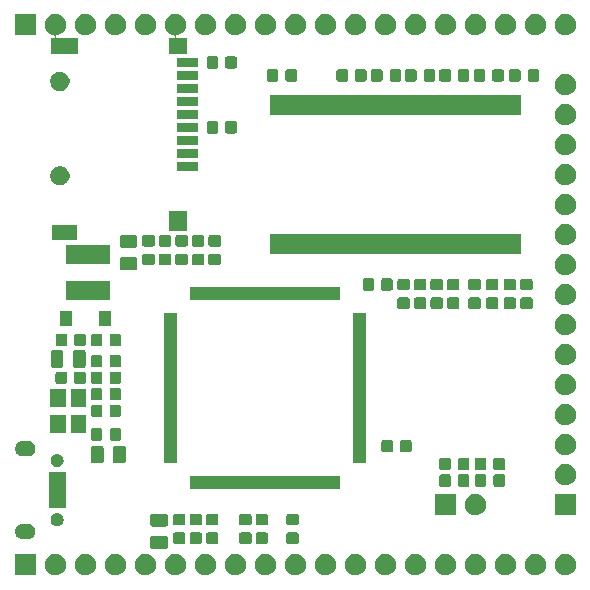
<source format=gbr>
G04 #@! TF.GenerationSoftware,KiCad,Pcbnew,(5.1.5)-3*
G04 #@! TF.CreationDate,2020-06-11T13:52:00+08:00*
G04 #@! TF.ProjectId,imx233-core,696d7832-3333-42d6-936f-72652e6b6963,rev?*
G04 #@! TF.SameCoordinates,Original*
G04 #@! TF.FileFunction,Soldermask,Top*
G04 #@! TF.FilePolarity,Negative*
%FSLAX46Y46*%
G04 Gerber Fmt 4.6, Leading zero omitted, Abs format (unit mm)*
G04 Created by KiCad (PCBNEW (5.1.5)-3) date 2020-06-11 13:52:00*
%MOMM*%
%LPD*%
G04 APERTURE LIST*
%ADD10C,0.100000*%
G04 APERTURE END LIST*
D10*
G36*
X119189512Y-130089927D02*
G01*
X119338812Y-130119624D01*
X119502784Y-130187544D01*
X119650354Y-130286147D01*
X119775853Y-130411646D01*
X119874456Y-130559216D01*
X119942376Y-130723188D01*
X119977000Y-130897259D01*
X119977000Y-131074741D01*
X119942376Y-131248812D01*
X119874456Y-131412784D01*
X119775853Y-131560354D01*
X119650354Y-131685853D01*
X119502784Y-131784456D01*
X119338812Y-131852376D01*
X119189512Y-131882073D01*
X119164742Y-131887000D01*
X118987258Y-131887000D01*
X118962488Y-131882073D01*
X118813188Y-131852376D01*
X118649216Y-131784456D01*
X118501646Y-131685853D01*
X118376147Y-131560354D01*
X118277544Y-131412784D01*
X118209624Y-131248812D01*
X118175000Y-131074741D01*
X118175000Y-130897259D01*
X118209624Y-130723188D01*
X118277544Y-130559216D01*
X118376147Y-130411646D01*
X118501646Y-130286147D01*
X118649216Y-130187544D01*
X118813188Y-130119624D01*
X118962488Y-130089927D01*
X118987258Y-130085000D01*
X119164742Y-130085000D01*
X119189512Y-130089927D01*
G37*
G36*
X96329512Y-130089927D02*
G01*
X96478812Y-130119624D01*
X96642784Y-130187544D01*
X96790354Y-130286147D01*
X96915853Y-130411646D01*
X97014456Y-130559216D01*
X97082376Y-130723188D01*
X97117000Y-130897259D01*
X97117000Y-131074741D01*
X97082376Y-131248812D01*
X97014456Y-131412784D01*
X96915853Y-131560354D01*
X96790354Y-131685853D01*
X96642784Y-131784456D01*
X96478812Y-131852376D01*
X96329512Y-131882073D01*
X96304742Y-131887000D01*
X96127258Y-131887000D01*
X96102488Y-131882073D01*
X95953188Y-131852376D01*
X95789216Y-131784456D01*
X95641646Y-131685853D01*
X95516147Y-131560354D01*
X95417544Y-131412784D01*
X95349624Y-131248812D01*
X95315000Y-131074741D01*
X95315000Y-130897259D01*
X95349624Y-130723188D01*
X95417544Y-130559216D01*
X95516147Y-130411646D01*
X95641646Y-130286147D01*
X95789216Y-130187544D01*
X95953188Y-130119624D01*
X96102488Y-130089927D01*
X96127258Y-130085000D01*
X96304742Y-130085000D01*
X96329512Y-130089927D01*
G37*
G36*
X88709512Y-130089927D02*
G01*
X88858812Y-130119624D01*
X89022784Y-130187544D01*
X89170354Y-130286147D01*
X89295853Y-130411646D01*
X89394456Y-130559216D01*
X89462376Y-130723188D01*
X89497000Y-130897259D01*
X89497000Y-131074741D01*
X89462376Y-131248812D01*
X89394456Y-131412784D01*
X89295853Y-131560354D01*
X89170354Y-131685853D01*
X89022784Y-131784456D01*
X88858812Y-131852376D01*
X88709512Y-131882073D01*
X88684742Y-131887000D01*
X88507258Y-131887000D01*
X88482488Y-131882073D01*
X88333188Y-131852376D01*
X88169216Y-131784456D01*
X88021646Y-131685853D01*
X87896147Y-131560354D01*
X87797544Y-131412784D01*
X87729624Y-131248812D01*
X87695000Y-131074741D01*
X87695000Y-130897259D01*
X87729624Y-130723188D01*
X87797544Y-130559216D01*
X87896147Y-130411646D01*
X88021646Y-130286147D01*
X88169216Y-130187544D01*
X88333188Y-130119624D01*
X88482488Y-130089927D01*
X88507258Y-130085000D01*
X88684742Y-130085000D01*
X88709512Y-130089927D01*
G37*
G36*
X86169512Y-130089927D02*
G01*
X86318812Y-130119624D01*
X86482784Y-130187544D01*
X86630354Y-130286147D01*
X86755853Y-130411646D01*
X86854456Y-130559216D01*
X86922376Y-130723188D01*
X86957000Y-130897259D01*
X86957000Y-131074741D01*
X86922376Y-131248812D01*
X86854456Y-131412784D01*
X86755853Y-131560354D01*
X86630354Y-131685853D01*
X86482784Y-131784456D01*
X86318812Y-131852376D01*
X86169512Y-131882073D01*
X86144742Y-131887000D01*
X85967258Y-131887000D01*
X85942488Y-131882073D01*
X85793188Y-131852376D01*
X85629216Y-131784456D01*
X85481646Y-131685853D01*
X85356147Y-131560354D01*
X85257544Y-131412784D01*
X85189624Y-131248812D01*
X85155000Y-131074741D01*
X85155000Y-130897259D01*
X85189624Y-130723188D01*
X85257544Y-130559216D01*
X85356147Y-130411646D01*
X85481646Y-130286147D01*
X85629216Y-130187544D01*
X85793188Y-130119624D01*
X85942488Y-130089927D01*
X85967258Y-130085000D01*
X86144742Y-130085000D01*
X86169512Y-130089927D01*
G37*
G36*
X83629512Y-130089927D02*
G01*
X83778812Y-130119624D01*
X83942784Y-130187544D01*
X84090354Y-130286147D01*
X84215853Y-130411646D01*
X84314456Y-130559216D01*
X84382376Y-130723188D01*
X84417000Y-130897259D01*
X84417000Y-131074741D01*
X84382376Y-131248812D01*
X84314456Y-131412784D01*
X84215853Y-131560354D01*
X84090354Y-131685853D01*
X83942784Y-131784456D01*
X83778812Y-131852376D01*
X83629512Y-131882073D01*
X83604742Y-131887000D01*
X83427258Y-131887000D01*
X83402488Y-131882073D01*
X83253188Y-131852376D01*
X83089216Y-131784456D01*
X82941646Y-131685853D01*
X82816147Y-131560354D01*
X82717544Y-131412784D01*
X82649624Y-131248812D01*
X82615000Y-131074741D01*
X82615000Y-130897259D01*
X82649624Y-130723188D01*
X82717544Y-130559216D01*
X82816147Y-130411646D01*
X82941646Y-130286147D01*
X83089216Y-130187544D01*
X83253188Y-130119624D01*
X83402488Y-130089927D01*
X83427258Y-130085000D01*
X83604742Y-130085000D01*
X83629512Y-130089927D01*
G37*
G36*
X81089512Y-130089927D02*
G01*
X81238812Y-130119624D01*
X81402784Y-130187544D01*
X81550354Y-130286147D01*
X81675853Y-130411646D01*
X81774456Y-130559216D01*
X81842376Y-130723188D01*
X81877000Y-130897259D01*
X81877000Y-131074741D01*
X81842376Y-131248812D01*
X81774456Y-131412784D01*
X81675853Y-131560354D01*
X81550354Y-131685853D01*
X81402784Y-131784456D01*
X81238812Y-131852376D01*
X81089512Y-131882073D01*
X81064742Y-131887000D01*
X80887258Y-131887000D01*
X80862488Y-131882073D01*
X80713188Y-131852376D01*
X80549216Y-131784456D01*
X80401646Y-131685853D01*
X80276147Y-131560354D01*
X80177544Y-131412784D01*
X80109624Y-131248812D01*
X80075000Y-131074741D01*
X80075000Y-130897259D01*
X80109624Y-130723188D01*
X80177544Y-130559216D01*
X80276147Y-130411646D01*
X80401646Y-130286147D01*
X80549216Y-130187544D01*
X80713188Y-130119624D01*
X80862488Y-130089927D01*
X80887258Y-130085000D01*
X81064742Y-130085000D01*
X81089512Y-130089927D01*
G37*
G36*
X78549512Y-130089927D02*
G01*
X78698812Y-130119624D01*
X78862784Y-130187544D01*
X79010354Y-130286147D01*
X79135853Y-130411646D01*
X79234456Y-130559216D01*
X79302376Y-130723188D01*
X79337000Y-130897259D01*
X79337000Y-131074741D01*
X79302376Y-131248812D01*
X79234456Y-131412784D01*
X79135853Y-131560354D01*
X79010354Y-131685853D01*
X78862784Y-131784456D01*
X78698812Y-131852376D01*
X78549512Y-131882073D01*
X78524742Y-131887000D01*
X78347258Y-131887000D01*
X78322488Y-131882073D01*
X78173188Y-131852376D01*
X78009216Y-131784456D01*
X77861646Y-131685853D01*
X77736147Y-131560354D01*
X77637544Y-131412784D01*
X77569624Y-131248812D01*
X77535000Y-131074741D01*
X77535000Y-130897259D01*
X77569624Y-130723188D01*
X77637544Y-130559216D01*
X77736147Y-130411646D01*
X77861646Y-130286147D01*
X78009216Y-130187544D01*
X78173188Y-130119624D01*
X78322488Y-130089927D01*
X78347258Y-130085000D01*
X78524742Y-130085000D01*
X78549512Y-130089927D01*
G37*
G36*
X76009512Y-130089927D02*
G01*
X76158812Y-130119624D01*
X76322784Y-130187544D01*
X76470354Y-130286147D01*
X76595853Y-130411646D01*
X76694456Y-130559216D01*
X76762376Y-130723188D01*
X76797000Y-130897259D01*
X76797000Y-131074741D01*
X76762376Y-131248812D01*
X76694456Y-131412784D01*
X76595853Y-131560354D01*
X76470354Y-131685853D01*
X76322784Y-131784456D01*
X76158812Y-131852376D01*
X76009512Y-131882073D01*
X75984742Y-131887000D01*
X75807258Y-131887000D01*
X75782488Y-131882073D01*
X75633188Y-131852376D01*
X75469216Y-131784456D01*
X75321646Y-131685853D01*
X75196147Y-131560354D01*
X75097544Y-131412784D01*
X75029624Y-131248812D01*
X74995000Y-131074741D01*
X74995000Y-130897259D01*
X75029624Y-130723188D01*
X75097544Y-130559216D01*
X75196147Y-130411646D01*
X75321646Y-130286147D01*
X75469216Y-130187544D01*
X75633188Y-130119624D01*
X75782488Y-130089927D01*
X75807258Y-130085000D01*
X75984742Y-130085000D01*
X76009512Y-130089927D01*
G37*
G36*
X74257000Y-131887000D02*
G01*
X72455000Y-131887000D01*
X72455000Y-130085000D01*
X74257000Y-130085000D01*
X74257000Y-131887000D01*
G37*
G36*
X91249512Y-130089927D02*
G01*
X91398812Y-130119624D01*
X91562784Y-130187544D01*
X91710354Y-130286147D01*
X91835853Y-130411646D01*
X91934456Y-130559216D01*
X92002376Y-130723188D01*
X92037000Y-130897259D01*
X92037000Y-131074741D01*
X92002376Y-131248812D01*
X91934456Y-131412784D01*
X91835853Y-131560354D01*
X91710354Y-131685853D01*
X91562784Y-131784456D01*
X91398812Y-131852376D01*
X91249512Y-131882073D01*
X91224742Y-131887000D01*
X91047258Y-131887000D01*
X91022488Y-131882073D01*
X90873188Y-131852376D01*
X90709216Y-131784456D01*
X90561646Y-131685853D01*
X90436147Y-131560354D01*
X90337544Y-131412784D01*
X90269624Y-131248812D01*
X90235000Y-131074741D01*
X90235000Y-130897259D01*
X90269624Y-130723188D01*
X90337544Y-130559216D01*
X90436147Y-130411646D01*
X90561646Y-130286147D01*
X90709216Y-130187544D01*
X90873188Y-130119624D01*
X91022488Y-130089927D01*
X91047258Y-130085000D01*
X91224742Y-130085000D01*
X91249512Y-130089927D01*
G37*
G36*
X98869512Y-130089927D02*
G01*
X99018812Y-130119624D01*
X99182784Y-130187544D01*
X99330354Y-130286147D01*
X99455853Y-130411646D01*
X99554456Y-130559216D01*
X99622376Y-130723188D01*
X99657000Y-130897259D01*
X99657000Y-131074741D01*
X99622376Y-131248812D01*
X99554456Y-131412784D01*
X99455853Y-131560354D01*
X99330354Y-131685853D01*
X99182784Y-131784456D01*
X99018812Y-131852376D01*
X98869512Y-131882073D01*
X98844742Y-131887000D01*
X98667258Y-131887000D01*
X98642488Y-131882073D01*
X98493188Y-131852376D01*
X98329216Y-131784456D01*
X98181646Y-131685853D01*
X98056147Y-131560354D01*
X97957544Y-131412784D01*
X97889624Y-131248812D01*
X97855000Y-131074741D01*
X97855000Y-130897259D01*
X97889624Y-130723188D01*
X97957544Y-130559216D01*
X98056147Y-130411646D01*
X98181646Y-130286147D01*
X98329216Y-130187544D01*
X98493188Y-130119624D01*
X98642488Y-130089927D01*
X98667258Y-130085000D01*
X98844742Y-130085000D01*
X98869512Y-130089927D01*
G37*
G36*
X93789512Y-130089927D02*
G01*
X93938812Y-130119624D01*
X94102784Y-130187544D01*
X94250354Y-130286147D01*
X94375853Y-130411646D01*
X94474456Y-130559216D01*
X94542376Y-130723188D01*
X94577000Y-130897259D01*
X94577000Y-131074741D01*
X94542376Y-131248812D01*
X94474456Y-131412784D01*
X94375853Y-131560354D01*
X94250354Y-131685853D01*
X94102784Y-131784456D01*
X93938812Y-131852376D01*
X93789512Y-131882073D01*
X93764742Y-131887000D01*
X93587258Y-131887000D01*
X93562488Y-131882073D01*
X93413188Y-131852376D01*
X93249216Y-131784456D01*
X93101646Y-131685853D01*
X92976147Y-131560354D01*
X92877544Y-131412784D01*
X92809624Y-131248812D01*
X92775000Y-131074741D01*
X92775000Y-130897259D01*
X92809624Y-130723188D01*
X92877544Y-130559216D01*
X92976147Y-130411646D01*
X93101646Y-130286147D01*
X93249216Y-130187544D01*
X93413188Y-130119624D01*
X93562488Y-130089927D01*
X93587258Y-130085000D01*
X93764742Y-130085000D01*
X93789512Y-130089927D01*
G37*
G36*
X116649512Y-130089927D02*
G01*
X116798812Y-130119624D01*
X116962784Y-130187544D01*
X117110354Y-130286147D01*
X117235853Y-130411646D01*
X117334456Y-130559216D01*
X117402376Y-130723188D01*
X117437000Y-130897259D01*
X117437000Y-131074741D01*
X117402376Y-131248812D01*
X117334456Y-131412784D01*
X117235853Y-131560354D01*
X117110354Y-131685853D01*
X116962784Y-131784456D01*
X116798812Y-131852376D01*
X116649512Y-131882073D01*
X116624742Y-131887000D01*
X116447258Y-131887000D01*
X116422488Y-131882073D01*
X116273188Y-131852376D01*
X116109216Y-131784456D01*
X115961646Y-131685853D01*
X115836147Y-131560354D01*
X115737544Y-131412784D01*
X115669624Y-131248812D01*
X115635000Y-131074741D01*
X115635000Y-130897259D01*
X115669624Y-130723188D01*
X115737544Y-130559216D01*
X115836147Y-130411646D01*
X115961646Y-130286147D01*
X116109216Y-130187544D01*
X116273188Y-130119624D01*
X116422488Y-130089927D01*
X116447258Y-130085000D01*
X116624742Y-130085000D01*
X116649512Y-130089927D01*
G37*
G36*
X114109512Y-130089927D02*
G01*
X114258812Y-130119624D01*
X114422784Y-130187544D01*
X114570354Y-130286147D01*
X114695853Y-130411646D01*
X114794456Y-130559216D01*
X114862376Y-130723188D01*
X114897000Y-130897259D01*
X114897000Y-131074741D01*
X114862376Y-131248812D01*
X114794456Y-131412784D01*
X114695853Y-131560354D01*
X114570354Y-131685853D01*
X114422784Y-131784456D01*
X114258812Y-131852376D01*
X114109512Y-131882073D01*
X114084742Y-131887000D01*
X113907258Y-131887000D01*
X113882488Y-131882073D01*
X113733188Y-131852376D01*
X113569216Y-131784456D01*
X113421646Y-131685853D01*
X113296147Y-131560354D01*
X113197544Y-131412784D01*
X113129624Y-131248812D01*
X113095000Y-131074741D01*
X113095000Y-130897259D01*
X113129624Y-130723188D01*
X113197544Y-130559216D01*
X113296147Y-130411646D01*
X113421646Y-130286147D01*
X113569216Y-130187544D01*
X113733188Y-130119624D01*
X113882488Y-130089927D01*
X113907258Y-130085000D01*
X114084742Y-130085000D01*
X114109512Y-130089927D01*
G37*
G36*
X111569512Y-130089927D02*
G01*
X111718812Y-130119624D01*
X111882784Y-130187544D01*
X112030354Y-130286147D01*
X112155853Y-130411646D01*
X112254456Y-130559216D01*
X112322376Y-130723188D01*
X112357000Y-130897259D01*
X112357000Y-131074741D01*
X112322376Y-131248812D01*
X112254456Y-131412784D01*
X112155853Y-131560354D01*
X112030354Y-131685853D01*
X111882784Y-131784456D01*
X111718812Y-131852376D01*
X111569512Y-131882073D01*
X111544742Y-131887000D01*
X111367258Y-131887000D01*
X111342488Y-131882073D01*
X111193188Y-131852376D01*
X111029216Y-131784456D01*
X110881646Y-131685853D01*
X110756147Y-131560354D01*
X110657544Y-131412784D01*
X110589624Y-131248812D01*
X110555000Y-131074741D01*
X110555000Y-130897259D01*
X110589624Y-130723188D01*
X110657544Y-130559216D01*
X110756147Y-130411646D01*
X110881646Y-130286147D01*
X111029216Y-130187544D01*
X111193188Y-130119624D01*
X111342488Y-130089927D01*
X111367258Y-130085000D01*
X111544742Y-130085000D01*
X111569512Y-130089927D01*
G37*
G36*
X106489512Y-130089927D02*
G01*
X106638812Y-130119624D01*
X106802784Y-130187544D01*
X106950354Y-130286147D01*
X107075853Y-130411646D01*
X107174456Y-130559216D01*
X107242376Y-130723188D01*
X107277000Y-130897259D01*
X107277000Y-131074741D01*
X107242376Y-131248812D01*
X107174456Y-131412784D01*
X107075853Y-131560354D01*
X106950354Y-131685853D01*
X106802784Y-131784456D01*
X106638812Y-131852376D01*
X106489512Y-131882073D01*
X106464742Y-131887000D01*
X106287258Y-131887000D01*
X106262488Y-131882073D01*
X106113188Y-131852376D01*
X105949216Y-131784456D01*
X105801646Y-131685853D01*
X105676147Y-131560354D01*
X105577544Y-131412784D01*
X105509624Y-131248812D01*
X105475000Y-131074741D01*
X105475000Y-130897259D01*
X105509624Y-130723188D01*
X105577544Y-130559216D01*
X105676147Y-130411646D01*
X105801646Y-130286147D01*
X105949216Y-130187544D01*
X106113188Y-130119624D01*
X106262488Y-130089927D01*
X106287258Y-130085000D01*
X106464742Y-130085000D01*
X106489512Y-130089927D01*
G37*
G36*
X103949512Y-130089927D02*
G01*
X104098812Y-130119624D01*
X104262784Y-130187544D01*
X104410354Y-130286147D01*
X104535853Y-130411646D01*
X104634456Y-130559216D01*
X104702376Y-130723188D01*
X104737000Y-130897259D01*
X104737000Y-131074741D01*
X104702376Y-131248812D01*
X104634456Y-131412784D01*
X104535853Y-131560354D01*
X104410354Y-131685853D01*
X104262784Y-131784456D01*
X104098812Y-131852376D01*
X103949512Y-131882073D01*
X103924742Y-131887000D01*
X103747258Y-131887000D01*
X103722488Y-131882073D01*
X103573188Y-131852376D01*
X103409216Y-131784456D01*
X103261646Y-131685853D01*
X103136147Y-131560354D01*
X103037544Y-131412784D01*
X102969624Y-131248812D01*
X102935000Y-131074741D01*
X102935000Y-130897259D01*
X102969624Y-130723188D01*
X103037544Y-130559216D01*
X103136147Y-130411646D01*
X103261646Y-130286147D01*
X103409216Y-130187544D01*
X103573188Y-130119624D01*
X103722488Y-130089927D01*
X103747258Y-130085000D01*
X103924742Y-130085000D01*
X103949512Y-130089927D01*
G37*
G36*
X101409512Y-130089927D02*
G01*
X101558812Y-130119624D01*
X101722784Y-130187544D01*
X101870354Y-130286147D01*
X101995853Y-130411646D01*
X102094456Y-130559216D01*
X102162376Y-130723188D01*
X102197000Y-130897259D01*
X102197000Y-131074741D01*
X102162376Y-131248812D01*
X102094456Y-131412784D01*
X101995853Y-131560354D01*
X101870354Y-131685853D01*
X101722784Y-131784456D01*
X101558812Y-131852376D01*
X101409512Y-131882073D01*
X101384742Y-131887000D01*
X101207258Y-131887000D01*
X101182488Y-131882073D01*
X101033188Y-131852376D01*
X100869216Y-131784456D01*
X100721646Y-131685853D01*
X100596147Y-131560354D01*
X100497544Y-131412784D01*
X100429624Y-131248812D01*
X100395000Y-131074741D01*
X100395000Y-130897259D01*
X100429624Y-130723188D01*
X100497544Y-130559216D01*
X100596147Y-130411646D01*
X100721646Y-130286147D01*
X100869216Y-130187544D01*
X101033188Y-130119624D01*
X101182488Y-130089927D01*
X101207258Y-130085000D01*
X101384742Y-130085000D01*
X101409512Y-130089927D01*
G37*
G36*
X109029512Y-130089927D02*
G01*
X109178812Y-130119624D01*
X109342784Y-130187544D01*
X109490354Y-130286147D01*
X109615853Y-130411646D01*
X109714456Y-130559216D01*
X109782376Y-130723188D01*
X109817000Y-130897259D01*
X109817000Y-131074741D01*
X109782376Y-131248812D01*
X109714456Y-131412784D01*
X109615853Y-131560354D01*
X109490354Y-131685853D01*
X109342784Y-131784456D01*
X109178812Y-131852376D01*
X109029512Y-131882073D01*
X109004742Y-131887000D01*
X108827258Y-131887000D01*
X108802488Y-131882073D01*
X108653188Y-131852376D01*
X108489216Y-131784456D01*
X108341646Y-131685853D01*
X108216147Y-131560354D01*
X108117544Y-131412784D01*
X108049624Y-131248812D01*
X108015000Y-131074741D01*
X108015000Y-130897259D01*
X108049624Y-130723188D01*
X108117544Y-130559216D01*
X108216147Y-130411646D01*
X108341646Y-130286147D01*
X108489216Y-130187544D01*
X108653188Y-130119624D01*
X108802488Y-130089927D01*
X108827258Y-130085000D01*
X109004742Y-130085000D01*
X109029512Y-130089927D01*
G37*
G36*
X85270468Y-128559565D02*
G01*
X85309138Y-128571296D01*
X85344777Y-128590346D01*
X85376017Y-128615983D01*
X85401654Y-128647223D01*
X85420704Y-128682862D01*
X85432435Y-128721532D01*
X85437000Y-128767888D01*
X85437000Y-129419112D01*
X85432435Y-129465468D01*
X85420704Y-129504138D01*
X85401654Y-129539777D01*
X85376017Y-129571017D01*
X85344777Y-129596654D01*
X85309138Y-129615704D01*
X85270468Y-129627435D01*
X85224112Y-129632000D01*
X84147888Y-129632000D01*
X84101532Y-129627435D01*
X84062862Y-129615704D01*
X84027223Y-129596654D01*
X83995983Y-129571017D01*
X83970346Y-129539777D01*
X83951296Y-129504138D01*
X83939565Y-129465468D01*
X83935000Y-129419112D01*
X83935000Y-128767888D01*
X83939565Y-128721532D01*
X83951296Y-128682862D01*
X83970346Y-128647223D01*
X83995983Y-128615983D01*
X84027223Y-128590346D01*
X84062862Y-128571296D01*
X84101532Y-128559565D01*
X84147888Y-128555000D01*
X85224112Y-128555000D01*
X85270468Y-128559565D01*
G37*
G36*
X93765591Y-128259085D02*
G01*
X93799569Y-128269393D01*
X93830890Y-128286134D01*
X93858339Y-128308661D01*
X93880866Y-128336110D01*
X93897607Y-128367431D01*
X93907915Y-128401409D01*
X93912000Y-128442890D01*
X93912000Y-129044110D01*
X93907915Y-129085591D01*
X93897607Y-129119569D01*
X93880866Y-129150890D01*
X93858339Y-129178339D01*
X93830890Y-129200866D01*
X93799569Y-129217607D01*
X93765591Y-129227915D01*
X93724110Y-129232000D01*
X93047890Y-129232000D01*
X93006409Y-129227915D01*
X92972431Y-129217607D01*
X92941110Y-129200866D01*
X92913661Y-129178339D01*
X92891134Y-129150890D01*
X92874393Y-129119569D01*
X92864085Y-129085591D01*
X92860000Y-129044110D01*
X92860000Y-128442890D01*
X92864085Y-128401409D01*
X92874393Y-128367431D01*
X92891134Y-128336110D01*
X92913661Y-128308661D01*
X92941110Y-128286134D01*
X92972431Y-128269393D01*
X93006409Y-128259085D01*
X93047890Y-128255000D01*
X93724110Y-128255000D01*
X93765591Y-128259085D01*
G37*
G36*
X96365591Y-128259085D02*
G01*
X96399569Y-128269393D01*
X96430890Y-128286134D01*
X96458339Y-128308661D01*
X96480866Y-128336110D01*
X96497607Y-128367431D01*
X96507915Y-128401409D01*
X96512000Y-128442890D01*
X96512000Y-129044110D01*
X96507915Y-129085591D01*
X96497607Y-129119569D01*
X96480866Y-129150890D01*
X96458339Y-129178339D01*
X96430890Y-129200866D01*
X96399569Y-129217607D01*
X96365591Y-129227915D01*
X96324110Y-129232000D01*
X95647890Y-129232000D01*
X95606409Y-129227915D01*
X95572431Y-129217607D01*
X95541110Y-129200866D01*
X95513661Y-129178339D01*
X95491134Y-129150890D01*
X95474393Y-129119569D01*
X95464085Y-129085591D01*
X95460000Y-129044110D01*
X95460000Y-128442890D01*
X95464085Y-128401409D01*
X95474393Y-128367431D01*
X95491134Y-128336110D01*
X95513661Y-128308661D01*
X95541110Y-128286134D01*
X95572431Y-128269393D01*
X95606409Y-128259085D01*
X95647890Y-128255000D01*
X96324110Y-128255000D01*
X96365591Y-128259085D01*
G37*
G36*
X86765591Y-128259085D02*
G01*
X86799569Y-128269393D01*
X86830890Y-128286134D01*
X86858339Y-128308661D01*
X86880866Y-128336110D01*
X86897607Y-128367431D01*
X86907915Y-128401409D01*
X86912000Y-128442890D01*
X86912000Y-129044110D01*
X86907915Y-129085591D01*
X86897607Y-129119569D01*
X86880866Y-129150890D01*
X86858339Y-129178339D01*
X86830890Y-129200866D01*
X86799569Y-129217607D01*
X86765591Y-129227915D01*
X86724110Y-129232000D01*
X86047890Y-129232000D01*
X86006409Y-129227915D01*
X85972431Y-129217607D01*
X85941110Y-129200866D01*
X85913661Y-129178339D01*
X85891134Y-129150890D01*
X85874393Y-129119569D01*
X85864085Y-129085591D01*
X85860000Y-129044110D01*
X85860000Y-128442890D01*
X85864085Y-128401409D01*
X85874393Y-128367431D01*
X85891134Y-128336110D01*
X85913661Y-128308661D01*
X85941110Y-128286134D01*
X85972431Y-128269393D01*
X86006409Y-128259085D01*
X86047890Y-128255000D01*
X86724110Y-128255000D01*
X86765591Y-128259085D01*
G37*
G36*
X88165591Y-128259085D02*
G01*
X88199569Y-128269393D01*
X88230890Y-128286134D01*
X88258339Y-128308661D01*
X88280866Y-128336110D01*
X88297607Y-128367431D01*
X88307915Y-128401409D01*
X88312000Y-128442890D01*
X88312000Y-129044110D01*
X88307915Y-129085591D01*
X88297607Y-129119569D01*
X88280866Y-129150890D01*
X88258339Y-129178339D01*
X88230890Y-129200866D01*
X88199569Y-129217607D01*
X88165591Y-129227915D01*
X88124110Y-129232000D01*
X87447890Y-129232000D01*
X87406409Y-129227915D01*
X87372431Y-129217607D01*
X87341110Y-129200866D01*
X87313661Y-129178339D01*
X87291134Y-129150890D01*
X87274393Y-129119569D01*
X87264085Y-129085591D01*
X87260000Y-129044110D01*
X87260000Y-128442890D01*
X87264085Y-128401409D01*
X87274393Y-128367431D01*
X87291134Y-128336110D01*
X87313661Y-128308661D01*
X87341110Y-128286134D01*
X87372431Y-128269393D01*
X87406409Y-128259085D01*
X87447890Y-128255000D01*
X88124110Y-128255000D01*
X88165591Y-128259085D01*
G37*
G36*
X89565591Y-128259085D02*
G01*
X89599569Y-128269393D01*
X89630890Y-128286134D01*
X89658339Y-128308661D01*
X89680866Y-128336110D01*
X89697607Y-128367431D01*
X89707915Y-128401409D01*
X89712000Y-128442890D01*
X89712000Y-129044110D01*
X89707915Y-129085591D01*
X89697607Y-129119569D01*
X89680866Y-129150890D01*
X89658339Y-129178339D01*
X89630890Y-129200866D01*
X89599569Y-129217607D01*
X89565591Y-129227915D01*
X89524110Y-129232000D01*
X88847890Y-129232000D01*
X88806409Y-129227915D01*
X88772431Y-129217607D01*
X88741110Y-129200866D01*
X88713661Y-129178339D01*
X88691134Y-129150890D01*
X88674393Y-129119569D01*
X88664085Y-129085591D01*
X88660000Y-129044110D01*
X88660000Y-128442890D01*
X88664085Y-128401409D01*
X88674393Y-128367431D01*
X88691134Y-128336110D01*
X88713661Y-128308661D01*
X88741110Y-128286134D01*
X88772431Y-128269393D01*
X88806409Y-128259085D01*
X88847890Y-128255000D01*
X89524110Y-128255000D01*
X89565591Y-128259085D01*
G37*
G36*
X92365591Y-128259085D02*
G01*
X92399569Y-128269393D01*
X92430890Y-128286134D01*
X92458339Y-128308661D01*
X92480866Y-128336110D01*
X92497607Y-128367431D01*
X92507915Y-128401409D01*
X92512000Y-128442890D01*
X92512000Y-129044110D01*
X92507915Y-129085591D01*
X92497607Y-129119569D01*
X92480866Y-129150890D01*
X92458339Y-129178339D01*
X92430890Y-129200866D01*
X92399569Y-129217607D01*
X92365591Y-129227915D01*
X92324110Y-129232000D01*
X91647890Y-129232000D01*
X91606409Y-129227915D01*
X91572431Y-129217607D01*
X91541110Y-129200866D01*
X91513661Y-129178339D01*
X91491134Y-129150890D01*
X91474393Y-129119569D01*
X91464085Y-129085591D01*
X91460000Y-129044110D01*
X91460000Y-128442890D01*
X91464085Y-128401409D01*
X91474393Y-128367431D01*
X91491134Y-128336110D01*
X91513661Y-128308661D01*
X91541110Y-128286134D01*
X91572431Y-128269393D01*
X91606409Y-128259085D01*
X91647890Y-128255000D01*
X92324110Y-128255000D01*
X92365591Y-128259085D01*
G37*
G36*
X73603217Y-127507240D02*
G01*
X73676118Y-127514420D01*
X73761360Y-127540278D01*
X73798836Y-127551646D01*
X73911925Y-127612094D01*
X74011054Y-127693446D01*
X74092406Y-127792575D01*
X74152854Y-127905664D01*
X74152855Y-127905668D01*
X74190080Y-128028382D01*
X74202649Y-128156000D01*
X74190080Y-128283618D01*
X74162540Y-128374404D01*
X74152854Y-128406336D01*
X74092406Y-128519425D01*
X74011054Y-128618554D01*
X73911925Y-128699906D01*
X73798836Y-128760354D01*
X73773999Y-128767888D01*
X73676118Y-128797580D01*
X73612355Y-128803860D01*
X73580474Y-128807000D01*
X73116526Y-128807000D01*
X73084645Y-128803860D01*
X73020882Y-128797580D01*
X72923001Y-128767888D01*
X72898164Y-128760354D01*
X72785075Y-128699906D01*
X72685946Y-128618554D01*
X72604594Y-128519425D01*
X72544146Y-128406336D01*
X72534460Y-128374404D01*
X72506920Y-128283618D01*
X72494351Y-128156000D01*
X72506920Y-128028382D01*
X72544145Y-127905668D01*
X72544146Y-127905664D01*
X72604594Y-127792575D01*
X72685946Y-127693446D01*
X72785075Y-127612094D01*
X72898164Y-127551646D01*
X72935640Y-127540278D01*
X73020882Y-127514420D01*
X73093783Y-127507240D01*
X73116526Y-127505000D01*
X73580474Y-127505000D01*
X73603217Y-127507240D01*
G37*
G36*
X85270468Y-126684565D02*
G01*
X85309138Y-126696296D01*
X85344777Y-126715346D01*
X85376017Y-126740983D01*
X85401654Y-126772223D01*
X85420704Y-126807862D01*
X85432435Y-126846532D01*
X85437000Y-126892888D01*
X85437000Y-127544112D01*
X85432435Y-127590468D01*
X85420704Y-127629138D01*
X85401654Y-127664777D01*
X85376017Y-127696017D01*
X85344777Y-127721654D01*
X85309138Y-127740704D01*
X85270468Y-127752435D01*
X85224112Y-127757000D01*
X84147888Y-127757000D01*
X84101532Y-127752435D01*
X84062862Y-127740704D01*
X84027223Y-127721654D01*
X83995983Y-127696017D01*
X83970346Y-127664777D01*
X83951296Y-127629138D01*
X83939565Y-127590468D01*
X83935000Y-127544112D01*
X83935000Y-126892888D01*
X83939565Y-126846532D01*
X83951296Y-126807862D01*
X83970346Y-126772223D01*
X83995983Y-126740983D01*
X84027223Y-126715346D01*
X84062862Y-126696296D01*
X84101532Y-126684565D01*
X84147888Y-126680000D01*
X85224112Y-126680000D01*
X85270468Y-126684565D01*
G37*
G36*
X76209221Y-126626174D02*
G01*
X76309495Y-126667709D01*
X76334913Y-126684693D01*
X76399742Y-126728010D01*
X76476490Y-126804758D01*
X76493877Y-126830780D01*
X76536791Y-126895005D01*
X76578326Y-126995279D01*
X76599500Y-127101730D01*
X76599500Y-127210270D01*
X76578326Y-127316721D01*
X76536791Y-127416995D01*
X76536790Y-127416996D01*
X76476490Y-127507242D01*
X76399742Y-127583990D01*
X76397540Y-127585461D01*
X76309495Y-127644291D01*
X76209221Y-127685826D01*
X76102770Y-127707000D01*
X75994230Y-127707000D01*
X75887779Y-127685826D01*
X75787505Y-127644291D01*
X75699460Y-127585461D01*
X75697258Y-127583990D01*
X75620510Y-127507242D01*
X75560210Y-127416996D01*
X75560209Y-127416995D01*
X75518674Y-127316721D01*
X75497500Y-127210270D01*
X75497500Y-127101730D01*
X75518674Y-126995279D01*
X75560209Y-126895005D01*
X75603123Y-126830780D01*
X75620510Y-126804758D01*
X75697258Y-126728010D01*
X75762087Y-126684693D01*
X75787505Y-126667709D01*
X75887779Y-126626174D01*
X75994230Y-126605000D01*
X76102770Y-126605000D01*
X76209221Y-126626174D01*
G37*
G36*
X86765591Y-126684085D02*
G01*
X86799569Y-126694393D01*
X86830890Y-126711134D01*
X86858339Y-126733661D01*
X86880866Y-126761110D01*
X86897607Y-126792431D01*
X86907915Y-126826409D01*
X86912000Y-126867890D01*
X86912000Y-127469110D01*
X86907915Y-127510591D01*
X86897607Y-127544569D01*
X86880866Y-127575890D01*
X86858339Y-127603339D01*
X86830890Y-127625866D01*
X86799569Y-127642607D01*
X86765591Y-127652915D01*
X86724110Y-127657000D01*
X86047890Y-127657000D01*
X86006409Y-127652915D01*
X85972431Y-127642607D01*
X85941110Y-127625866D01*
X85913661Y-127603339D01*
X85891134Y-127575890D01*
X85874393Y-127544569D01*
X85864085Y-127510591D01*
X85860000Y-127469110D01*
X85860000Y-126867890D01*
X85864085Y-126826409D01*
X85874393Y-126792431D01*
X85891134Y-126761110D01*
X85913661Y-126733661D01*
X85941110Y-126711134D01*
X85972431Y-126694393D01*
X86006409Y-126684085D01*
X86047890Y-126680000D01*
X86724110Y-126680000D01*
X86765591Y-126684085D01*
G37*
G36*
X96365591Y-126684085D02*
G01*
X96399569Y-126694393D01*
X96430890Y-126711134D01*
X96458339Y-126733661D01*
X96480866Y-126761110D01*
X96497607Y-126792431D01*
X96507915Y-126826409D01*
X96512000Y-126867890D01*
X96512000Y-127469110D01*
X96507915Y-127510591D01*
X96497607Y-127544569D01*
X96480866Y-127575890D01*
X96458339Y-127603339D01*
X96430890Y-127625866D01*
X96399569Y-127642607D01*
X96365591Y-127652915D01*
X96324110Y-127657000D01*
X95647890Y-127657000D01*
X95606409Y-127652915D01*
X95572431Y-127642607D01*
X95541110Y-127625866D01*
X95513661Y-127603339D01*
X95491134Y-127575890D01*
X95474393Y-127544569D01*
X95464085Y-127510591D01*
X95460000Y-127469110D01*
X95460000Y-126867890D01*
X95464085Y-126826409D01*
X95474393Y-126792431D01*
X95491134Y-126761110D01*
X95513661Y-126733661D01*
X95541110Y-126711134D01*
X95572431Y-126694393D01*
X95606409Y-126684085D01*
X95647890Y-126680000D01*
X96324110Y-126680000D01*
X96365591Y-126684085D01*
G37*
G36*
X93765591Y-126684085D02*
G01*
X93799569Y-126694393D01*
X93830890Y-126711134D01*
X93858339Y-126733661D01*
X93880866Y-126761110D01*
X93897607Y-126792431D01*
X93907915Y-126826409D01*
X93912000Y-126867890D01*
X93912000Y-127469110D01*
X93907915Y-127510591D01*
X93897607Y-127544569D01*
X93880866Y-127575890D01*
X93858339Y-127603339D01*
X93830890Y-127625866D01*
X93799569Y-127642607D01*
X93765591Y-127652915D01*
X93724110Y-127657000D01*
X93047890Y-127657000D01*
X93006409Y-127652915D01*
X92972431Y-127642607D01*
X92941110Y-127625866D01*
X92913661Y-127603339D01*
X92891134Y-127575890D01*
X92874393Y-127544569D01*
X92864085Y-127510591D01*
X92860000Y-127469110D01*
X92860000Y-126867890D01*
X92864085Y-126826409D01*
X92874393Y-126792431D01*
X92891134Y-126761110D01*
X92913661Y-126733661D01*
X92941110Y-126711134D01*
X92972431Y-126694393D01*
X93006409Y-126684085D01*
X93047890Y-126680000D01*
X93724110Y-126680000D01*
X93765591Y-126684085D01*
G37*
G36*
X89565591Y-126684085D02*
G01*
X89599569Y-126694393D01*
X89630890Y-126711134D01*
X89658339Y-126733661D01*
X89680866Y-126761110D01*
X89697607Y-126792431D01*
X89707915Y-126826409D01*
X89712000Y-126867890D01*
X89712000Y-127469110D01*
X89707915Y-127510591D01*
X89697607Y-127544569D01*
X89680866Y-127575890D01*
X89658339Y-127603339D01*
X89630890Y-127625866D01*
X89599569Y-127642607D01*
X89565591Y-127652915D01*
X89524110Y-127657000D01*
X88847890Y-127657000D01*
X88806409Y-127652915D01*
X88772431Y-127642607D01*
X88741110Y-127625866D01*
X88713661Y-127603339D01*
X88691134Y-127575890D01*
X88674393Y-127544569D01*
X88664085Y-127510591D01*
X88660000Y-127469110D01*
X88660000Y-126867890D01*
X88664085Y-126826409D01*
X88674393Y-126792431D01*
X88691134Y-126761110D01*
X88713661Y-126733661D01*
X88741110Y-126711134D01*
X88772431Y-126694393D01*
X88806409Y-126684085D01*
X88847890Y-126680000D01*
X89524110Y-126680000D01*
X89565591Y-126684085D01*
G37*
G36*
X92365591Y-126684085D02*
G01*
X92399569Y-126694393D01*
X92430890Y-126711134D01*
X92458339Y-126733661D01*
X92480866Y-126761110D01*
X92497607Y-126792431D01*
X92507915Y-126826409D01*
X92512000Y-126867890D01*
X92512000Y-127469110D01*
X92507915Y-127510591D01*
X92497607Y-127544569D01*
X92480866Y-127575890D01*
X92458339Y-127603339D01*
X92430890Y-127625866D01*
X92399569Y-127642607D01*
X92365591Y-127652915D01*
X92324110Y-127657000D01*
X91647890Y-127657000D01*
X91606409Y-127652915D01*
X91572431Y-127642607D01*
X91541110Y-127625866D01*
X91513661Y-127603339D01*
X91491134Y-127575890D01*
X91474393Y-127544569D01*
X91464085Y-127510591D01*
X91460000Y-127469110D01*
X91460000Y-126867890D01*
X91464085Y-126826409D01*
X91474393Y-126792431D01*
X91491134Y-126761110D01*
X91513661Y-126733661D01*
X91541110Y-126711134D01*
X91572431Y-126694393D01*
X91606409Y-126684085D01*
X91647890Y-126680000D01*
X92324110Y-126680000D01*
X92365591Y-126684085D01*
G37*
G36*
X88165591Y-126684085D02*
G01*
X88199569Y-126694393D01*
X88230890Y-126711134D01*
X88258339Y-126733661D01*
X88280866Y-126761110D01*
X88297607Y-126792431D01*
X88307915Y-126826409D01*
X88312000Y-126867890D01*
X88312000Y-127469110D01*
X88307915Y-127510591D01*
X88297607Y-127544569D01*
X88280866Y-127575890D01*
X88258339Y-127603339D01*
X88230890Y-127625866D01*
X88199569Y-127642607D01*
X88165591Y-127652915D01*
X88124110Y-127657000D01*
X87447890Y-127657000D01*
X87406409Y-127652915D01*
X87372431Y-127642607D01*
X87341110Y-127625866D01*
X87313661Y-127603339D01*
X87291134Y-127575890D01*
X87274393Y-127544569D01*
X87264085Y-127510591D01*
X87260000Y-127469110D01*
X87260000Y-126867890D01*
X87264085Y-126826409D01*
X87274393Y-126792431D01*
X87291134Y-126761110D01*
X87313661Y-126733661D01*
X87341110Y-126711134D01*
X87372431Y-126694393D01*
X87406409Y-126684085D01*
X87447890Y-126680000D01*
X88124110Y-126680000D01*
X88165591Y-126684085D01*
G37*
G36*
X119977000Y-126807000D02*
G01*
X118175000Y-126807000D01*
X118175000Y-125005000D01*
X119977000Y-125005000D01*
X119977000Y-126807000D01*
G37*
G36*
X111569512Y-125009927D02*
G01*
X111718812Y-125039624D01*
X111882784Y-125107544D01*
X112030354Y-125206147D01*
X112155853Y-125331646D01*
X112254456Y-125479216D01*
X112322376Y-125643188D01*
X112357000Y-125817259D01*
X112357000Y-125994741D01*
X112322376Y-126168812D01*
X112254456Y-126332784D01*
X112155853Y-126480354D01*
X112030354Y-126605853D01*
X111882784Y-126704456D01*
X111718812Y-126772376D01*
X111569512Y-126802073D01*
X111544742Y-126807000D01*
X111367258Y-126807000D01*
X111342488Y-126802073D01*
X111193188Y-126772376D01*
X111029216Y-126704456D01*
X110881646Y-126605853D01*
X110756147Y-126480354D01*
X110657544Y-126332784D01*
X110589624Y-126168812D01*
X110555000Y-125994741D01*
X110555000Y-125817259D01*
X110589624Y-125643188D01*
X110657544Y-125479216D01*
X110756147Y-125331646D01*
X110881646Y-125206147D01*
X111029216Y-125107544D01*
X111193188Y-125039624D01*
X111342488Y-125009927D01*
X111367258Y-125005000D01*
X111544742Y-125005000D01*
X111569512Y-125009927D01*
G37*
G36*
X109817000Y-126807000D02*
G01*
X108015000Y-126807000D01*
X108015000Y-125005000D01*
X109817000Y-125005000D01*
X109817000Y-126807000D01*
G37*
G36*
X76774500Y-126207000D02*
G01*
X75322500Y-126207000D01*
X75322500Y-123105000D01*
X76774500Y-123105000D01*
X76774500Y-126207000D01*
G37*
G36*
X100037000Y-124551000D02*
G01*
X87315000Y-124551000D01*
X87315000Y-123449000D01*
X100037000Y-123449000D01*
X100037000Y-124551000D01*
G37*
G36*
X109240591Y-123334085D02*
G01*
X109274569Y-123344393D01*
X109305890Y-123361134D01*
X109333339Y-123383661D01*
X109355866Y-123411110D01*
X109372607Y-123442431D01*
X109382915Y-123476409D01*
X109387000Y-123517890D01*
X109387000Y-124194110D01*
X109382915Y-124235591D01*
X109372607Y-124269569D01*
X109355866Y-124300890D01*
X109333339Y-124328339D01*
X109305890Y-124350866D01*
X109274569Y-124367607D01*
X109240591Y-124377915D01*
X109199110Y-124382000D01*
X108597890Y-124382000D01*
X108556409Y-124377915D01*
X108522431Y-124367607D01*
X108491110Y-124350866D01*
X108463661Y-124328339D01*
X108441134Y-124300890D01*
X108424393Y-124269569D01*
X108414085Y-124235591D01*
X108410000Y-124194110D01*
X108410000Y-123517890D01*
X108414085Y-123476409D01*
X108424393Y-123442431D01*
X108441134Y-123411110D01*
X108463661Y-123383661D01*
X108491110Y-123361134D01*
X108522431Y-123344393D01*
X108556409Y-123334085D01*
X108597890Y-123330000D01*
X109199110Y-123330000D01*
X109240591Y-123334085D01*
G37*
G36*
X112240591Y-123334085D02*
G01*
X112274569Y-123344393D01*
X112305890Y-123361134D01*
X112333339Y-123383661D01*
X112355866Y-123411110D01*
X112372607Y-123442431D01*
X112382915Y-123476409D01*
X112387000Y-123517890D01*
X112387000Y-124194110D01*
X112382915Y-124235591D01*
X112372607Y-124269569D01*
X112355866Y-124300890D01*
X112333339Y-124328339D01*
X112305890Y-124350866D01*
X112274569Y-124367607D01*
X112240591Y-124377915D01*
X112199110Y-124382000D01*
X111597890Y-124382000D01*
X111556409Y-124377915D01*
X111522431Y-124367607D01*
X111491110Y-124350866D01*
X111463661Y-124328339D01*
X111441134Y-124300890D01*
X111424393Y-124269569D01*
X111414085Y-124235591D01*
X111410000Y-124194110D01*
X111410000Y-123517890D01*
X111414085Y-123476409D01*
X111424393Y-123442431D01*
X111441134Y-123411110D01*
X111463661Y-123383661D01*
X111491110Y-123361134D01*
X111522431Y-123344393D01*
X111556409Y-123334085D01*
X111597890Y-123330000D01*
X112199110Y-123330000D01*
X112240591Y-123334085D01*
G37*
G36*
X110815591Y-123334085D02*
G01*
X110849569Y-123344393D01*
X110880890Y-123361134D01*
X110908339Y-123383661D01*
X110930866Y-123411110D01*
X110947607Y-123442431D01*
X110957915Y-123476409D01*
X110962000Y-123517890D01*
X110962000Y-124194110D01*
X110957915Y-124235591D01*
X110947607Y-124269569D01*
X110930866Y-124300890D01*
X110908339Y-124328339D01*
X110880890Y-124350866D01*
X110849569Y-124367607D01*
X110815591Y-124377915D01*
X110774110Y-124382000D01*
X110172890Y-124382000D01*
X110131409Y-124377915D01*
X110097431Y-124367607D01*
X110066110Y-124350866D01*
X110038661Y-124328339D01*
X110016134Y-124300890D01*
X109999393Y-124269569D01*
X109989085Y-124235591D01*
X109985000Y-124194110D01*
X109985000Y-123517890D01*
X109989085Y-123476409D01*
X109999393Y-123442431D01*
X110016134Y-123411110D01*
X110038661Y-123383661D01*
X110066110Y-123361134D01*
X110097431Y-123344393D01*
X110131409Y-123334085D01*
X110172890Y-123330000D01*
X110774110Y-123330000D01*
X110815591Y-123334085D01*
G37*
G36*
X113815591Y-123334085D02*
G01*
X113849569Y-123344393D01*
X113880890Y-123361134D01*
X113908339Y-123383661D01*
X113930866Y-123411110D01*
X113947607Y-123442431D01*
X113957915Y-123476409D01*
X113962000Y-123517890D01*
X113962000Y-124194110D01*
X113957915Y-124235591D01*
X113947607Y-124269569D01*
X113930866Y-124300890D01*
X113908339Y-124328339D01*
X113880890Y-124350866D01*
X113849569Y-124367607D01*
X113815591Y-124377915D01*
X113774110Y-124382000D01*
X113172890Y-124382000D01*
X113131409Y-124377915D01*
X113097431Y-124367607D01*
X113066110Y-124350866D01*
X113038661Y-124328339D01*
X113016134Y-124300890D01*
X112999393Y-124269569D01*
X112989085Y-124235591D01*
X112985000Y-124194110D01*
X112985000Y-123517890D01*
X112989085Y-123476409D01*
X112999393Y-123442431D01*
X113016134Y-123411110D01*
X113038661Y-123383661D01*
X113066110Y-123361134D01*
X113097431Y-123344393D01*
X113131409Y-123334085D01*
X113172890Y-123330000D01*
X113774110Y-123330000D01*
X113815591Y-123334085D01*
G37*
G36*
X119189512Y-122469927D02*
G01*
X119338812Y-122499624D01*
X119502784Y-122567544D01*
X119650354Y-122666147D01*
X119775853Y-122791646D01*
X119874456Y-122939216D01*
X119942376Y-123103188D01*
X119977000Y-123277259D01*
X119977000Y-123454741D01*
X119942376Y-123628812D01*
X119874456Y-123792784D01*
X119775853Y-123940354D01*
X119650354Y-124065853D01*
X119502784Y-124164456D01*
X119338812Y-124232376D01*
X119189512Y-124262073D01*
X119164742Y-124267000D01*
X118987258Y-124267000D01*
X118962488Y-124262073D01*
X118813188Y-124232376D01*
X118649216Y-124164456D01*
X118501646Y-124065853D01*
X118376147Y-123940354D01*
X118277544Y-123792784D01*
X118209624Y-123628812D01*
X118175000Y-123454741D01*
X118175000Y-123277259D01*
X118209624Y-123103188D01*
X118277544Y-122939216D01*
X118376147Y-122791646D01*
X118501646Y-122666147D01*
X118649216Y-122567544D01*
X118813188Y-122499624D01*
X118962488Y-122469927D01*
X118987258Y-122465000D01*
X119164742Y-122465000D01*
X119189512Y-122469927D01*
G37*
G36*
X109240591Y-121934085D02*
G01*
X109274569Y-121944393D01*
X109305890Y-121961134D01*
X109333339Y-121983661D01*
X109355866Y-122011110D01*
X109372607Y-122042431D01*
X109382915Y-122076409D01*
X109387000Y-122117890D01*
X109387000Y-122794110D01*
X109382915Y-122835591D01*
X109372607Y-122869569D01*
X109355866Y-122900890D01*
X109333339Y-122928339D01*
X109305890Y-122950866D01*
X109274569Y-122967607D01*
X109240591Y-122977915D01*
X109199110Y-122982000D01*
X108597890Y-122982000D01*
X108556409Y-122977915D01*
X108522431Y-122967607D01*
X108491110Y-122950866D01*
X108463661Y-122928339D01*
X108441134Y-122900890D01*
X108424393Y-122869569D01*
X108414085Y-122835591D01*
X108410000Y-122794110D01*
X108410000Y-122117890D01*
X108414085Y-122076409D01*
X108424393Y-122042431D01*
X108441134Y-122011110D01*
X108463661Y-121983661D01*
X108491110Y-121961134D01*
X108522431Y-121944393D01*
X108556409Y-121934085D01*
X108597890Y-121930000D01*
X109199110Y-121930000D01*
X109240591Y-121934085D01*
G37*
G36*
X112240591Y-121934085D02*
G01*
X112274569Y-121944393D01*
X112305890Y-121961134D01*
X112333339Y-121983661D01*
X112355866Y-122011110D01*
X112372607Y-122042431D01*
X112382915Y-122076409D01*
X112387000Y-122117890D01*
X112387000Y-122794110D01*
X112382915Y-122835591D01*
X112372607Y-122869569D01*
X112355866Y-122900890D01*
X112333339Y-122928339D01*
X112305890Y-122950866D01*
X112274569Y-122967607D01*
X112240591Y-122977915D01*
X112199110Y-122982000D01*
X111597890Y-122982000D01*
X111556409Y-122977915D01*
X111522431Y-122967607D01*
X111491110Y-122950866D01*
X111463661Y-122928339D01*
X111441134Y-122900890D01*
X111424393Y-122869569D01*
X111414085Y-122835591D01*
X111410000Y-122794110D01*
X111410000Y-122117890D01*
X111414085Y-122076409D01*
X111424393Y-122042431D01*
X111441134Y-122011110D01*
X111463661Y-121983661D01*
X111491110Y-121961134D01*
X111522431Y-121944393D01*
X111556409Y-121934085D01*
X111597890Y-121930000D01*
X112199110Y-121930000D01*
X112240591Y-121934085D01*
G37*
G36*
X113815591Y-121934085D02*
G01*
X113849569Y-121944393D01*
X113880890Y-121961134D01*
X113908339Y-121983661D01*
X113930866Y-122011110D01*
X113947607Y-122042431D01*
X113957915Y-122076409D01*
X113962000Y-122117890D01*
X113962000Y-122794110D01*
X113957915Y-122835591D01*
X113947607Y-122869569D01*
X113930866Y-122900890D01*
X113908339Y-122928339D01*
X113880890Y-122950866D01*
X113849569Y-122967607D01*
X113815591Y-122977915D01*
X113774110Y-122982000D01*
X113172890Y-122982000D01*
X113131409Y-122977915D01*
X113097431Y-122967607D01*
X113066110Y-122950866D01*
X113038661Y-122928339D01*
X113016134Y-122900890D01*
X112999393Y-122869569D01*
X112989085Y-122835591D01*
X112985000Y-122794110D01*
X112985000Y-122117890D01*
X112989085Y-122076409D01*
X112999393Y-122042431D01*
X113016134Y-122011110D01*
X113038661Y-121983661D01*
X113066110Y-121961134D01*
X113097431Y-121944393D01*
X113131409Y-121934085D01*
X113172890Y-121930000D01*
X113774110Y-121930000D01*
X113815591Y-121934085D01*
G37*
G36*
X110815591Y-121934085D02*
G01*
X110849569Y-121944393D01*
X110880890Y-121961134D01*
X110908339Y-121983661D01*
X110930866Y-122011110D01*
X110947607Y-122042431D01*
X110957915Y-122076409D01*
X110962000Y-122117890D01*
X110962000Y-122794110D01*
X110957915Y-122835591D01*
X110947607Y-122869569D01*
X110930866Y-122900890D01*
X110908339Y-122928339D01*
X110880890Y-122950866D01*
X110849569Y-122967607D01*
X110815591Y-122977915D01*
X110774110Y-122982000D01*
X110172890Y-122982000D01*
X110131409Y-122977915D01*
X110097431Y-122967607D01*
X110066110Y-122950866D01*
X110038661Y-122928339D01*
X110016134Y-122900890D01*
X109999393Y-122869569D01*
X109989085Y-122835591D01*
X109985000Y-122794110D01*
X109985000Y-122117890D01*
X109989085Y-122076409D01*
X109999393Y-122042431D01*
X110016134Y-122011110D01*
X110038661Y-121983661D01*
X110066110Y-121961134D01*
X110097431Y-121944393D01*
X110131409Y-121934085D01*
X110172890Y-121930000D01*
X110774110Y-121930000D01*
X110815591Y-121934085D01*
G37*
G36*
X76209221Y-121626174D02*
G01*
X76309495Y-121667709D01*
X76309496Y-121667710D01*
X76399742Y-121728010D01*
X76476490Y-121804758D01*
X76476491Y-121804760D01*
X76536791Y-121895005D01*
X76578326Y-121995279D01*
X76599500Y-122101730D01*
X76599500Y-122210270D01*
X76578326Y-122316721D01*
X76536791Y-122416995D01*
X76536790Y-122416996D01*
X76476490Y-122507242D01*
X76399742Y-122583990D01*
X76354312Y-122614345D01*
X76309495Y-122644291D01*
X76209221Y-122685826D01*
X76102770Y-122707000D01*
X75994230Y-122707000D01*
X75887779Y-122685826D01*
X75787505Y-122644291D01*
X75742688Y-122614345D01*
X75697258Y-122583990D01*
X75620510Y-122507242D01*
X75560210Y-122416996D01*
X75560209Y-122416995D01*
X75518674Y-122316721D01*
X75497500Y-122210270D01*
X75497500Y-122101730D01*
X75518674Y-121995279D01*
X75560209Y-121895005D01*
X75620509Y-121804760D01*
X75620510Y-121804758D01*
X75697258Y-121728010D01*
X75787504Y-121667710D01*
X75787505Y-121667709D01*
X75887779Y-121626174D01*
X75994230Y-121605000D01*
X76102770Y-121605000D01*
X76209221Y-121626174D01*
G37*
G36*
X81695468Y-120909565D02*
G01*
X81734138Y-120921296D01*
X81769777Y-120940346D01*
X81801017Y-120965983D01*
X81826654Y-120997223D01*
X81845704Y-121032862D01*
X81857435Y-121071532D01*
X81862000Y-121117888D01*
X81862000Y-122194112D01*
X81857435Y-122240468D01*
X81845704Y-122279138D01*
X81826654Y-122314777D01*
X81801017Y-122346017D01*
X81769777Y-122371654D01*
X81734138Y-122390704D01*
X81695468Y-122402435D01*
X81649112Y-122407000D01*
X80997888Y-122407000D01*
X80951532Y-122402435D01*
X80912862Y-122390704D01*
X80877223Y-122371654D01*
X80845983Y-122346017D01*
X80820346Y-122314777D01*
X80801296Y-122279138D01*
X80789565Y-122240468D01*
X80785000Y-122194112D01*
X80785000Y-121117888D01*
X80789565Y-121071532D01*
X80801296Y-121032862D01*
X80820346Y-120997223D01*
X80845983Y-120965983D01*
X80877223Y-120940346D01*
X80912862Y-120921296D01*
X80951532Y-120909565D01*
X80997888Y-120905000D01*
X81649112Y-120905000D01*
X81695468Y-120909565D01*
G37*
G36*
X79820468Y-120909565D02*
G01*
X79859138Y-120921296D01*
X79894777Y-120940346D01*
X79926017Y-120965983D01*
X79951654Y-120997223D01*
X79970704Y-121032862D01*
X79982435Y-121071532D01*
X79987000Y-121117888D01*
X79987000Y-122194112D01*
X79982435Y-122240468D01*
X79970704Y-122279138D01*
X79951654Y-122314777D01*
X79926017Y-122346017D01*
X79894777Y-122371654D01*
X79859138Y-122390704D01*
X79820468Y-122402435D01*
X79774112Y-122407000D01*
X79122888Y-122407000D01*
X79076532Y-122402435D01*
X79037862Y-122390704D01*
X79002223Y-122371654D01*
X78970983Y-122346017D01*
X78945346Y-122314777D01*
X78926296Y-122279138D01*
X78914565Y-122240468D01*
X78910000Y-122194112D01*
X78910000Y-121117888D01*
X78914565Y-121071532D01*
X78926296Y-121032862D01*
X78945346Y-120997223D01*
X78970983Y-120965983D01*
X79002223Y-120940346D01*
X79037862Y-120921296D01*
X79076532Y-120909565D01*
X79122888Y-120905000D01*
X79774112Y-120905000D01*
X79820468Y-120909565D01*
G37*
G36*
X102227000Y-122361000D02*
G01*
X101125000Y-122361000D01*
X101125000Y-109639000D01*
X102227000Y-109639000D01*
X102227000Y-122361000D01*
G37*
G36*
X86227000Y-122361000D02*
G01*
X85125000Y-122361000D01*
X85125000Y-109639000D01*
X86227000Y-109639000D01*
X86227000Y-122361000D01*
G37*
G36*
X73612355Y-120508140D02*
G01*
X73676118Y-120514420D01*
X73755670Y-120538552D01*
X73798836Y-120551646D01*
X73911925Y-120612094D01*
X74011054Y-120693446D01*
X74092406Y-120792575D01*
X74152854Y-120905664D01*
X74162540Y-120937596D01*
X74190080Y-121028382D01*
X74202649Y-121156000D01*
X74190080Y-121283618D01*
X74189539Y-121285401D01*
X74152854Y-121406336D01*
X74092406Y-121519425D01*
X74011054Y-121618554D01*
X73911925Y-121699906D01*
X73798836Y-121760354D01*
X73766904Y-121770040D01*
X73676118Y-121797580D01*
X73612355Y-121803860D01*
X73580474Y-121807000D01*
X73116526Y-121807000D01*
X73084645Y-121803860D01*
X73020882Y-121797580D01*
X72930096Y-121770040D01*
X72898164Y-121760354D01*
X72785075Y-121699906D01*
X72685946Y-121618554D01*
X72604594Y-121519425D01*
X72544146Y-121406336D01*
X72507461Y-121285401D01*
X72506920Y-121283618D01*
X72494351Y-121156000D01*
X72506920Y-121028382D01*
X72534460Y-120937596D01*
X72544146Y-120905664D01*
X72604594Y-120792575D01*
X72685946Y-120693446D01*
X72785075Y-120612094D01*
X72898164Y-120551646D01*
X72941330Y-120538552D01*
X73020882Y-120514420D01*
X73084645Y-120508140D01*
X73116526Y-120505000D01*
X73580474Y-120505000D01*
X73612355Y-120508140D01*
G37*
G36*
X119189512Y-119929927D02*
G01*
X119338812Y-119959624D01*
X119502784Y-120027544D01*
X119650354Y-120126147D01*
X119775853Y-120251646D01*
X119874456Y-120399216D01*
X119942376Y-120563188D01*
X119977000Y-120737259D01*
X119977000Y-120914741D01*
X119942376Y-121088812D01*
X119874456Y-121252784D01*
X119775853Y-121400354D01*
X119650354Y-121525853D01*
X119502784Y-121624456D01*
X119338812Y-121692376D01*
X119189512Y-121722073D01*
X119164742Y-121727000D01*
X118987258Y-121727000D01*
X118962488Y-121722073D01*
X118813188Y-121692376D01*
X118649216Y-121624456D01*
X118501646Y-121525853D01*
X118376147Y-121400354D01*
X118277544Y-121252784D01*
X118209624Y-121088812D01*
X118175000Y-120914741D01*
X118175000Y-120737259D01*
X118209624Y-120563188D01*
X118277544Y-120399216D01*
X118376147Y-120251646D01*
X118501646Y-120126147D01*
X118649216Y-120027544D01*
X118813188Y-119959624D01*
X118962488Y-119929927D01*
X118987258Y-119925000D01*
X119164742Y-119925000D01*
X119189512Y-119929927D01*
G37*
G36*
X105915591Y-120434085D02*
G01*
X105949569Y-120444393D01*
X105980890Y-120461134D01*
X106008339Y-120483661D01*
X106030866Y-120511110D01*
X106047607Y-120542431D01*
X106057915Y-120576409D01*
X106062000Y-120617890D01*
X106062000Y-121294110D01*
X106057915Y-121335591D01*
X106047607Y-121369569D01*
X106030866Y-121400890D01*
X106008339Y-121428339D01*
X105980890Y-121450866D01*
X105949569Y-121467607D01*
X105915591Y-121477915D01*
X105874110Y-121482000D01*
X105272890Y-121482000D01*
X105231409Y-121477915D01*
X105197431Y-121467607D01*
X105166110Y-121450866D01*
X105138661Y-121428339D01*
X105116134Y-121400890D01*
X105099393Y-121369569D01*
X105089085Y-121335591D01*
X105085000Y-121294110D01*
X105085000Y-120617890D01*
X105089085Y-120576409D01*
X105099393Y-120542431D01*
X105116134Y-120511110D01*
X105138661Y-120483661D01*
X105166110Y-120461134D01*
X105197431Y-120444393D01*
X105231409Y-120434085D01*
X105272890Y-120430000D01*
X105874110Y-120430000D01*
X105915591Y-120434085D01*
G37*
G36*
X104340591Y-120434085D02*
G01*
X104374569Y-120444393D01*
X104405890Y-120461134D01*
X104433339Y-120483661D01*
X104455866Y-120511110D01*
X104472607Y-120542431D01*
X104482915Y-120576409D01*
X104487000Y-120617890D01*
X104487000Y-121294110D01*
X104482915Y-121335591D01*
X104472607Y-121369569D01*
X104455866Y-121400890D01*
X104433339Y-121428339D01*
X104405890Y-121450866D01*
X104374569Y-121467607D01*
X104340591Y-121477915D01*
X104299110Y-121482000D01*
X103697890Y-121482000D01*
X103656409Y-121477915D01*
X103622431Y-121467607D01*
X103591110Y-121450866D01*
X103563661Y-121428339D01*
X103541134Y-121400890D01*
X103524393Y-121369569D01*
X103514085Y-121335591D01*
X103510000Y-121294110D01*
X103510000Y-120617890D01*
X103514085Y-120576409D01*
X103524393Y-120542431D01*
X103541134Y-120511110D01*
X103563661Y-120483661D01*
X103591110Y-120461134D01*
X103622431Y-120444393D01*
X103656409Y-120434085D01*
X103697890Y-120430000D01*
X104299110Y-120430000D01*
X104340591Y-120434085D01*
G37*
G36*
X81315591Y-119434085D02*
G01*
X81349569Y-119444393D01*
X81380890Y-119461134D01*
X81408339Y-119483661D01*
X81430866Y-119511110D01*
X81447607Y-119542431D01*
X81457915Y-119576409D01*
X81462000Y-119617890D01*
X81462000Y-120294110D01*
X81457915Y-120335591D01*
X81447607Y-120369569D01*
X81430866Y-120400890D01*
X81408339Y-120428339D01*
X81380890Y-120450866D01*
X81349569Y-120467607D01*
X81315591Y-120477915D01*
X81274110Y-120482000D01*
X80672890Y-120482000D01*
X80631409Y-120477915D01*
X80597431Y-120467607D01*
X80566110Y-120450866D01*
X80538661Y-120428339D01*
X80516134Y-120400890D01*
X80499393Y-120369569D01*
X80489085Y-120335591D01*
X80485000Y-120294110D01*
X80485000Y-119617890D01*
X80489085Y-119576409D01*
X80499393Y-119542431D01*
X80516134Y-119511110D01*
X80538661Y-119483661D01*
X80566110Y-119461134D01*
X80597431Y-119444393D01*
X80631409Y-119434085D01*
X80672890Y-119430000D01*
X81274110Y-119430000D01*
X81315591Y-119434085D01*
G37*
G36*
X79740591Y-119434085D02*
G01*
X79774569Y-119444393D01*
X79805890Y-119461134D01*
X79833339Y-119483661D01*
X79855866Y-119511110D01*
X79872607Y-119542431D01*
X79882915Y-119576409D01*
X79887000Y-119617890D01*
X79887000Y-120294110D01*
X79882915Y-120335591D01*
X79872607Y-120369569D01*
X79855866Y-120400890D01*
X79833339Y-120428339D01*
X79805890Y-120450866D01*
X79774569Y-120467607D01*
X79740591Y-120477915D01*
X79699110Y-120482000D01*
X79097890Y-120482000D01*
X79056409Y-120477915D01*
X79022431Y-120467607D01*
X78991110Y-120450866D01*
X78963661Y-120428339D01*
X78941134Y-120400890D01*
X78924393Y-120369569D01*
X78914085Y-120335591D01*
X78910000Y-120294110D01*
X78910000Y-119617890D01*
X78914085Y-119576409D01*
X78924393Y-119542431D01*
X78941134Y-119511110D01*
X78963661Y-119483661D01*
X78991110Y-119461134D01*
X79022431Y-119444393D01*
X79056409Y-119434085D01*
X79097890Y-119430000D01*
X79699110Y-119430000D01*
X79740591Y-119434085D01*
G37*
G36*
X76787000Y-119807000D02*
G01*
X75485000Y-119807000D01*
X75485000Y-118305000D01*
X76787000Y-118305000D01*
X76787000Y-119807000D01*
G37*
G36*
X78487000Y-119807000D02*
G01*
X77185000Y-119807000D01*
X77185000Y-118305000D01*
X78487000Y-118305000D01*
X78487000Y-119807000D01*
G37*
G36*
X119189512Y-117389927D02*
G01*
X119338812Y-117419624D01*
X119502784Y-117487544D01*
X119650354Y-117586147D01*
X119775853Y-117711646D01*
X119874456Y-117859216D01*
X119942376Y-118023188D01*
X119977000Y-118197259D01*
X119977000Y-118374741D01*
X119942376Y-118548812D01*
X119874456Y-118712784D01*
X119775853Y-118860354D01*
X119650354Y-118985853D01*
X119502784Y-119084456D01*
X119338812Y-119152376D01*
X119189512Y-119182073D01*
X119164742Y-119187000D01*
X118987258Y-119187000D01*
X118962488Y-119182073D01*
X118813188Y-119152376D01*
X118649216Y-119084456D01*
X118501646Y-118985853D01*
X118376147Y-118860354D01*
X118277544Y-118712784D01*
X118209624Y-118548812D01*
X118175000Y-118374741D01*
X118175000Y-118197259D01*
X118209624Y-118023188D01*
X118277544Y-117859216D01*
X118376147Y-117711646D01*
X118501646Y-117586147D01*
X118649216Y-117487544D01*
X118813188Y-117419624D01*
X118962488Y-117389927D01*
X118987258Y-117385000D01*
X119164742Y-117385000D01*
X119189512Y-117389927D01*
G37*
G36*
X81315591Y-117434085D02*
G01*
X81349569Y-117444393D01*
X81380890Y-117461134D01*
X81408339Y-117483661D01*
X81430866Y-117511110D01*
X81447607Y-117542431D01*
X81457915Y-117576409D01*
X81462000Y-117617890D01*
X81462000Y-118294110D01*
X81457915Y-118335591D01*
X81447607Y-118369569D01*
X81430866Y-118400890D01*
X81408339Y-118428339D01*
X81380890Y-118450866D01*
X81349569Y-118467607D01*
X81315591Y-118477915D01*
X81274110Y-118482000D01*
X80672890Y-118482000D01*
X80631409Y-118477915D01*
X80597431Y-118467607D01*
X80566110Y-118450866D01*
X80538661Y-118428339D01*
X80516134Y-118400890D01*
X80499393Y-118369569D01*
X80489085Y-118335591D01*
X80485000Y-118294110D01*
X80485000Y-117617890D01*
X80489085Y-117576409D01*
X80499393Y-117542431D01*
X80516134Y-117511110D01*
X80538661Y-117483661D01*
X80566110Y-117461134D01*
X80597431Y-117444393D01*
X80631409Y-117434085D01*
X80672890Y-117430000D01*
X81274110Y-117430000D01*
X81315591Y-117434085D01*
G37*
G36*
X79740591Y-117434085D02*
G01*
X79774569Y-117444393D01*
X79805890Y-117461134D01*
X79833339Y-117483661D01*
X79855866Y-117511110D01*
X79872607Y-117542431D01*
X79882915Y-117576409D01*
X79887000Y-117617890D01*
X79887000Y-118294110D01*
X79882915Y-118335591D01*
X79872607Y-118369569D01*
X79855866Y-118400890D01*
X79833339Y-118428339D01*
X79805890Y-118450866D01*
X79774569Y-118467607D01*
X79740591Y-118477915D01*
X79699110Y-118482000D01*
X79097890Y-118482000D01*
X79056409Y-118477915D01*
X79022431Y-118467607D01*
X78991110Y-118450866D01*
X78963661Y-118428339D01*
X78941134Y-118400890D01*
X78924393Y-118369569D01*
X78914085Y-118335591D01*
X78910000Y-118294110D01*
X78910000Y-117617890D01*
X78914085Y-117576409D01*
X78924393Y-117542431D01*
X78941134Y-117511110D01*
X78963661Y-117483661D01*
X78991110Y-117461134D01*
X79022431Y-117444393D01*
X79056409Y-117434085D01*
X79097890Y-117430000D01*
X79699110Y-117430000D01*
X79740591Y-117434085D01*
G37*
G36*
X76787000Y-117607000D02*
G01*
X75485000Y-117607000D01*
X75485000Y-116105000D01*
X76787000Y-116105000D01*
X76787000Y-117607000D01*
G37*
G36*
X78487000Y-117607000D02*
G01*
X77185000Y-117607000D01*
X77185000Y-116105000D01*
X78487000Y-116105000D01*
X78487000Y-117607000D01*
G37*
G36*
X79740591Y-116034085D02*
G01*
X79774569Y-116044393D01*
X79805890Y-116061134D01*
X79833339Y-116083661D01*
X79855866Y-116111110D01*
X79872607Y-116142431D01*
X79882915Y-116176409D01*
X79887000Y-116217890D01*
X79887000Y-116894110D01*
X79882915Y-116935591D01*
X79872607Y-116969569D01*
X79855866Y-117000890D01*
X79833339Y-117028339D01*
X79805890Y-117050866D01*
X79774569Y-117067607D01*
X79740591Y-117077915D01*
X79699110Y-117082000D01*
X79097890Y-117082000D01*
X79056409Y-117077915D01*
X79022431Y-117067607D01*
X78991110Y-117050866D01*
X78963661Y-117028339D01*
X78941134Y-117000890D01*
X78924393Y-116969569D01*
X78914085Y-116935591D01*
X78910000Y-116894110D01*
X78910000Y-116217890D01*
X78914085Y-116176409D01*
X78924393Y-116142431D01*
X78941134Y-116111110D01*
X78963661Y-116083661D01*
X78991110Y-116061134D01*
X79022431Y-116044393D01*
X79056409Y-116034085D01*
X79097890Y-116030000D01*
X79699110Y-116030000D01*
X79740591Y-116034085D01*
G37*
G36*
X81315591Y-116034085D02*
G01*
X81349569Y-116044393D01*
X81380890Y-116061134D01*
X81408339Y-116083661D01*
X81430866Y-116111110D01*
X81447607Y-116142431D01*
X81457915Y-116176409D01*
X81462000Y-116217890D01*
X81462000Y-116894110D01*
X81457915Y-116935591D01*
X81447607Y-116969569D01*
X81430866Y-117000890D01*
X81408339Y-117028339D01*
X81380890Y-117050866D01*
X81349569Y-117067607D01*
X81315591Y-117077915D01*
X81274110Y-117082000D01*
X80672890Y-117082000D01*
X80631409Y-117077915D01*
X80597431Y-117067607D01*
X80566110Y-117050866D01*
X80538661Y-117028339D01*
X80516134Y-117000890D01*
X80499393Y-116969569D01*
X80489085Y-116935591D01*
X80485000Y-116894110D01*
X80485000Y-116217890D01*
X80489085Y-116176409D01*
X80499393Y-116142431D01*
X80516134Y-116111110D01*
X80538661Y-116083661D01*
X80566110Y-116061134D01*
X80597431Y-116044393D01*
X80631409Y-116034085D01*
X80672890Y-116030000D01*
X81274110Y-116030000D01*
X81315591Y-116034085D01*
G37*
G36*
X119189512Y-114849927D02*
G01*
X119338812Y-114879624D01*
X119502784Y-114947544D01*
X119650354Y-115046147D01*
X119775853Y-115171646D01*
X119874456Y-115319216D01*
X119942376Y-115483188D01*
X119971248Y-115628339D01*
X119975729Y-115650866D01*
X119977000Y-115657259D01*
X119977000Y-115834741D01*
X119942376Y-116008812D01*
X119874456Y-116172784D01*
X119775853Y-116320354D01*
X119650354Y-116445853D01*
X119502784Y-116544456D01*
X119338812Y-116612376D01*
X119189512Y-116642073D01*
X119164742Y-116647000D01*
X118987258Y-116647000D01*
X118962488Y-116642073D01*
X118813188Y-116612376D01*
X118649216Y-116544456D01*
X118501646Y-116445853D01*
X118376147Y-116320354D01*
X118277544Y-116172784D01*
X118209624Y-116008812D01*
X118175000Y-115834741D01*
X118175000Y-115657259D01*
X118176272Y-115650866D01*
X118180752Y-115628339D01*
X118209624Y-115483188D01*
X118277544Y-115319216D01*
X118376147Y-115171646D01*
X118501646Y-115046147D01*
X118649216Y-114947544D01*
X118813188Y-114879624D01*
X118962488Y-114849927D01*
X118987258Y-114845000D01*
X119164742Y-114845000D01*
X119189512Y-114849927D01*
G37*
G36*
X79740591Y-114634085D02*
G01*
X79774569Y-114644393D01*
X79805890Y-114661134D01*
X79833339Y-114683661D01*
X79855866Y-114711110D01*
X79872607Y-114742431D01*
X79882915Y-114776409D01*
X79887000Y-114817890D01*
X79887000Y-115494110D01*
X79882915Y-115535591D01*
X79872607Y-115569569D01*
X79855866Y-115600890D01*
X79833339Y-115628339D01*
X79805890Y-115650866D01*
X79774569Y-115667607D01*
X79740591Y-115677915D01*
X79699110Y-115682000D01*
X79097890Y-115682000D01*
X79056409Y-115677915D01*
X79022431Y-115667607D01*
X78991110Y-115650866D01*
X78963661Y-115628339D01*
X78941134Y-115600890D01*
X78924393Y-115569569D01*
X78914085Y-115535591D01*
X78910000Y-115494110D01*
X78910000Y-114817890D01*
X78914085Y-114776409D01*
X78924393Y-114742431D01*
X78941134Y-114711110D01*
X78963661Y-114683661D01*
X78991110Y-114661134D01*
X79022431Y-114644393D01*
X79056409Y-114634085D01*
X79097890Y-114630000D01*
X79699110Y-114630000D01*
X79740591Y-114634085D01*
G37*
G36*
X81315591Y-114634085D02*
G01*
X81349569Y-114644393D01*
X81380890Y-114661134D01*
X81408339Y-114683661D01*
X81430866Y-114711110D01*
X81447607Y-114742431D01*
X81457915Y-114776409D01*
X81462000Y-114817890D01*
X81462000Y-115494110D01*
X81457915Y-115535591D01*
X81447607Y-115569569D01*
X81430866Y-115600890D01*
X81408339Y-115628339D01*
X81380890Y-115650866D01*
X81349569Y-115667607D01*
X81315591Y-115677915D01*
X81274110Y-115682000D01*
X80672890Y-115682000D01*
X80631409Y-115677915D01*
X80597431Y-115667607D01*
X80566110Y-115650866D01*
X80538661Y-115628339D01*
X80516134Y-115600890D01*
X80499393Y-115569569D01*
X80489085Y-115535591D01*
X80485000Y-115494110D01*
X80485000Y-114817890D01*
X80489085Y-114776409D01*
X80499393Y-114742431D01*
X80516134Y-114711110D01*
X80538661Y-114683661D01*
X80566110Y-114661134D01*
X80597431Y-114644393D01*
X80631409Y-114634085D01*
X80672890Y-114630000D01*
X81274110Y-114630000D01*
X81315591Y-114634085D01*
G37*
G36*
X78315591Y-114634085D02*
G01*
X78349569Y-114644393D01*
X78380890Y-114661134D01*
X78408339Y-114683661D01*
X78430866Y-114711110D01*
X78447607Y-114742431D01*
X78457915Y-114776409D01*
X78462000Y-114817890D01*
X78462000Y-115494110D01*
X78457915Y-115535591D01*
X78447607Y-115569569D01*
X78430866Y-115600890D01*
X78408339Y-115628339D01*
X78380890Y-115650866D01*
X78349569Y-115667607D01*
X78315591Y-115677915D01*
X78274110Y-115682000D01*
X77672890Y-115682000D01*
X77631409Y-115677915D01*
X77597431Y-115667607D01*
X77566110Y-115650866D01*
X77538661Y-115628339D01*
X77516134Y-115600890D01*
X77499393Y-115569569D01*
X77489085Y-115535591D01*
X77485000Y-115494110D01*
X77485000Y-114817890D01*
X77489085Y-114776409D01*
X77499393Y-114742431D01*
X77516134Y-114711110D01*
X77538661Y-114683661D01*
X77566110Y-114661134D01*
X77597431Y-114644393D01*
X77631409Y-114634085D01*
X77672890Y-114630000D01*
X78274110Y-114630000D01*
X78315591Y-114634085D01*
G37*
G36*
X76740591Y-114634085D02*
G01*
X76774569Y-114644393D01*
X76805890Y-114661134D01*
X76833339Y-114683661D01*
X76855866Y-114711110D01*
X76872607Y-114742431D01*
X76882915Y-114776409D01*
X76887000Y-114817890D01*
X76887000Y-115494110D01*
X76882915Y-115535591D01*
X76872607Y-115569569D01*
X76855866Y-115600890D01*
X76833339Y-115628339D01*
X76805890Y-115650866D01*
X76774569Y-115667607D01*
X76740591Y-115677915D01*
X76699110Y-115682000D01*
X76097890Y-115682000D01*
X76056409Y-115677915D01*
X76022431Y-115667607D01*
X75991110Y-115650866D01*
X75963661Y-115628339D01*
X75941134Y-115600890D01*
X75924393Y-115569569D01*
X75914085Y-115535591D01*
X75910000Y-115494110D01*
X75910000Y-114817890D01*
X75914085Y-114776409D01*
X75924393Y-114742431D01*
X75941134Y-114711110D01*
X75963661Y-114683661D01*
X75991110Y-114661134D01*
X76022431Y-114644393D01*
X76056409Y-114634085D01*
X76097890Y-114630000D01*
X76699110Y-114630000D01*
X76740591Y-114634085D01*
G37*
G36*
X78295468Y-112809565D02*
G01*
X78334138Y-112821296D01*
X78369777Y-112840346D01*
X78401017Y-112865983D01*
X78426654Y-112897223D01*
X78445704Y-112932862D01*
X78457435Y-112971532D01*
X78462000Y-113017888D01*
X78462000Y-114094112D01*
X78457435Y-114140468D01*
X78445704Y-114179138D01*
X78426654Y-114214777D01*
X78401017Y-114246017D01*
X78369777Y-114271654D01*
X78334138Y-114290704D01*
X78295468Y-114302435D01*
X78249112Y-114307000D01*
X77597888Y-114307000D01*
X77551532Y-114302435D01*
X77512862Y-114290704D01*
X77477223Y-114271654D01*
X77445983Y-114246017D01*
X77420346Y-114214777D01*
X77401296Y-114179138D01*
X77389565Y-114140468D01*
X77385000Y-114094112D01*
X77385000Y-113017888D01*
X77389565Y-112971532D01*
X77401296Y-112932862D01*
X77420346Y-112897223D01*
X77445983Y-112865983D01*
X77477223Y-112840346D01*
X77512862Y-112821296D01*
X77551532Y-112809565D01*
X77597888Y-112805000D01*
X78249112Y-112805000D01*
X78295468Y-112809565D01*
G37*
G36*
X76420468Y-112809565D02*
G01*
X76459138Y-112821296D01*
X76494777Y-112840346D01*
X76526017Y-112865983D01*
X76551654Y-112897223D01*
X76570704Y-112932862D01*
X76582435Y-112971532D01*
X76587000Y-113017888D01*
X76587000Y-114094112D01*
X76582435Y-114140468D01*
X76570704Y-114179138D01*
X76551654Y-114214777D01*
X76526017Y-114246017D01*
X76494777Y-114271654D01*
X76459138Y-114290704D01*
X76420468Y-114302435D01*
X76374112Y-114307000D01*
X75722888Y-114307000D01*
X75676532Y-114302435D01*
X75637862Y-114290704D01*
X75602223Y-114271654D01*
X75570983Y-114246017D01*
X75545346Y-114214777D01*
X75526296Y-114179138D01*
X75514565Y-114140468D01*
X75510000Y-114094112D01*
X75510000Y-113017888D01*
X75514565Y-112971532D01*
X75526296Y-112932862D01*
X75545346Y-112897223D01*
X75570983Y-112865983D01*
X75602223Y-112840346D01*
X75637862Y-112821296D01*
X75676532Y-112809565D01*
X75722888Y-112805000D01*
X76374112Y-112805000D01*
X76420468Y-112809565D01*
G37*
G36*
X81315591Y-113234085D02*
G01*
X81349569Y-113244393D01*
X81380890Y-113261134D01*
X81408339Y-113283661D01*
X81430866Y-113311110D01*
X81447607Y-113342431D01*
X81457915Y-113376409D01*
X81462000Y-113417890D01*
X81462000Y-114094110D01*
X81457915Y-114135591D01*
X81447607Y-114169569D01*
X81430866Y-114200890D01*
X81408339Y-114228339D01*
X81380890Y-114250866D01*
X81349569Y-114267607D01*
X81315591Y-114277915D01*
X81274110Y-114282000D01*
X80672890Y-114282000D01*
X80631409Y-114277915D01*
X80597431Y-114267607D01*
X80566110Y-114250866D01*
X80538661Y-114228339D01*
X80516134Y-114200890D01*
X80499393Y-114169569D01*
X80489085Y-114135591D01*
X80485000Y-114094110D01*
X80485000Y-113417890D01*
X80489085Y-113376409D01*
X80499393Y-113342431D01*
X80516134Y-113311110D01*
X80538661Y-113283661D01*
X80566110Y-113261134D01*
X80597431Y-113244393D01*
X80631409Y-113234085D01*
X80672890Y-113230000D01*
X81274110Y-113230000D01*
X81315591Y-113234085D01*
G37*
G36*
X79740591Y-113234085D02*
G01*
X79774569Y-113244393D01*
X79805890Y-113261134D01*
X79833339Y-113283661D01*
X79855866Y-113311110D01*
X79872607Y-113342431D01*
X79882915Y-113376409D01*
X79887000Y-113417890D01*
X79887000Y-114094110D01*
X79882915Y-114135591D01*
X79872607Y-114169569D01*
X79855866Y-114200890D01*
X79833339Y-114228339D01*
X79805890Y-114250866D01*
X79774569Y-114267607D01*
X79740591Y-114277915D01*
X79699110Y-114282000D01*
X79097890Y-114282000D01*
X79056409Y-114277915D01*
X79022431Y-114267607D01*
X78991110Y-114250866D01*
X78963661Y-114228339D01*
X78941134Y-114200890D01*
X78924393Y-114169569D01*
X78914085Y-114135591D01*
X78910000Y-114094110D01*
X78910000Y-113417890D01*
X78914085Y-113376409D01*
X78924393Y-113342431D01*
X78941134Y-113311110D01*
X78963661Y-113283661D01*
X78991110Y-113261134D01*
X79022431Y-113244393D01*
X79056409Y-113234085D01*
X79097890Y-113230000D01*
X79699110Y-113230000D01*
X79740591Y-113234085D01*
G37*
G36*
X119189512Y-112309927D02*
G01*
X119338812Y-112339624D01*
X119502784Y-112407544D01*
X119650354Y-112506147D01*
X119775853Y-112631646D01*
X119874456Y-112779216D01*
X119942376Y-112943188D01*
X119977000Y-113117259D01*
X119977000Y-113294741D01*
X119942376Y-113468812D01*
X119874456Y-113632784D01*
X119775853Y-113780354D01*
X119650354Y-113905853D01*
X119502784Y-114004456D01*
X119338812Y-114072376D01*
X119189512Y-114102073D01*
X119164742Y-114107000D01*
X118987258Y-114107000D01*
X118962488Y-114102073D01*
X118813188Y-114072376D01*
X118649216Y-114004456D01*
X118501646Y-113905853D01*
X118376147Y-113780354D01*
X118277544Y-113632784D01*
X118209624Y-113468812D01*
X118175000Y-113294741D01*
X118175000Y-113117259D01*
X118209624Y-112943188D01*
X118277544Y-112779216D01*
X118376147Y-112631646D01*
X118501646Y-112506147D01*
X118649216Y-112407544D01*
X118813188Y-112339624D01*
X118962488Y-112309927D01*
X118987258Y-112305000D01*
X119164742Y-112305000D01*
X119189512Y-112309927D01*
G37*
G36*
X81315591Y-111434085D02*
G01*
X81349569Y-111444393D01*
X81380890Y-111461134D01*
X81408339Y-111483661D01*
X81430866Y-111511110D01*
X81447607Y-111542431D01*
X81457915Y-111576409D01*
X81462000Y-111617890D01*
X81462000Y-112294110D01*
X81457915Y-112335591D01*
X81447607Y-112369569D01*
X81430866Y-112400890D01*
X81408339Y-112428339D01*
X81380890Y-112450866D01*
X81349569Y-112467607D01*
X81315591Y-112477915D01*
X81274110Y-112482000D01*
X80672890Y-112482000D01*
X80631409Y-112477915D01*
X80597431Y-112467607D01*
X80566110Y-112450866D01*
X80538661Y-112428339D01*
X80516134Y-112400890D01*
X80499393Y-112369569D01*
X80489085Y-112335591D01*
X80485000Y-112294110D01*
X80485000Y-111617890D01*
X80489085Y-111576409D01*
X80499393Y-111542431D01*
X80516134Y-111511110D01*
X80538661Y-111483661D01*
X80566110Y-111461134D01*
X80597431Y-111444393D01*
X80631409Y-111434085D01*
X80672890Y-111430000D01*
X81274110Y-111430000D01*
X81315591Y-111434085D01*
G37*
G36*
X76753091Y-111434085D02*
G01*
X76787069Y-111444393D01*
X76818390Y-111461134D01*
X76845839Y-111483661D01*
X76868366Y-111511110D01*
X76885107Y-111542431D01*
X76895415Y-111576409D01*
X76899500Y-111617890D01*
X76899500Y-112294110D01*
X76895415Y-112335591D01*
X76885107Y-112369569D01*
X76868366Y-112400890D01*
X76845839Y-112428339D01*
X76818390Y-112450866D01*
X76787069Y-112467607D01*
X76753091Y-112477915D01*
X76711610Y-112482000D01*
X76110390Y-112482000D01*
X76068909Y-112477915D01*
X76034931Y-112467607D01*
X76003610Y-112450866D01*
X75976161Y-112428339D01*
X75953634Y-112400890D01*
X75936893Y-112369569D01*
X75926585Y-112335591D01*
X75922500Y-112294110D01*
X75922500Y-111617890D01*
X75926585Y-111576409D01*
X75936893Y-111542431D01*
X75953634Y-111511110D01*
X75976161Y-111483661D01*
X76003610Y-111461134D01*
X76034931Y-111444393D01*
X76068909Y-111434085D01*
X76110390Y-111430000D01*
X76711610Y-111430000D01*
X76753091Y-111434085D01*
G37*
G36*
X79740591Y-111434085D02*
G01*
X79774569Y-111444393D01*
X79805890Y-111461134D01*
X79833339Y-111483661D01*
X79855866Y-111511110D01*
X79872607Y-111542431D01*
X79882915Y-111576409D01*
X79887000Y-111617890D01*
X79887000Y-112294110D01*
X79882915Y-112335591D01*
X79872607Y-112369569D01*
X79855866Y-112400890D01*
X79833339Y-112428339D01*
X79805890Y-112450866D01*
X79774569Y-112467607D01*
X79740591Y-112477915D01*
X79699110Y-112482000D01*
X79097890Y-112482000D01*
X79056409Y-112477915D01*
X79022431Y-112467607D01*
X78991110Y-112450866D01*
X78963661Y-112428339D01*
X78941134Y-112400890D01*
X78924393Y-112369569D01*
X78914085Y-112335591D01*
X78910000Y-112294110D01*
X78910000Y-111617890D01*
X78914085Y-111576409D01*
X78924393Y-111542431D01*
X78941134Y-111511110D01*
X78963661Y-111483661D01*
X78991110Y-111461134D01*
X79022431Y-111444393D01*
X79056409Y-111434085D01*
X79097890Y-111430000D01*
X79699110Y-111430000D01*
X79740591Y-111434085D01*
G37*
G36*
X78328091Y-111434085D02*
G01*
X78362069Y-111444393D01*
X78393390Y-111461134D01*
X78420839Y-111483661D01*
X78443366Y-111511110D01*
X78460107Y-111542431D01*
X78470415Y-111576409D01*
X78474500Y-111617890D01*
X78474500Y-112294110D01*
X78470415Y-112335591D01*
X78460107Y-112369569D01*
X78443366Y-112400890D01*
X78420839Y-112428339D01*
X78393390Y-112450866D01*
X78362069Y-112467607D01*
X78328091Y-112477915D01*
X78286610Y-112482000D01*
X77685390Y-112482000D01*
X77643909Y-112477915D01*
X77609931Y-112467607D01*
X77578610Y-112450866D01*
X77551161Y-112428339D01*
X77528634Y-112400890D01*
X77511893Y-112369569D01*
X77501585Y-112335591D01*
X77497500Y-112294110D01*
X77497500Y-111617890D01*
X77501585Y-111576409D01*
X77511893Y-111542431D01*
X77528634Y-111511110D01*
X77551161Y-111483661D01*
X77578610Y-111461134D01*
X77609931Y-111444393D01*
X77643909Y-111434085D01*
X77685390Y-111430000D01*
X78286610Y-111430000D01*
X78328091Y-111434085D01*
G37*
G36*
X119189512Y-109769927D02*
G01*
X119338812Y-109799624D01*
X119502784Y-109867544D01*
X119650354Y-109966147D01*
X119775853Y-110091646D01*
X119874456Y-110239216D01*
X119942376Y-110403188D01*
X119977000Y-110577259D01*
X119977000Y-110754741D01*
X119942376Y-110928812D01*
X119874456Y-111092784D01*
X119775853Y-111240354D01*
X119650354Y-111365853D01*
X119502784Y-111464456D01*
X119338812Y-111532376D01*
X119194906Y-111561000D01*
X119164742Y-111567000D01*
X118987258Y-111567000D01*
X118957094Y-111561000D01*
X118813188Y-111532376D01*
X118649216Y-111464456D01*
X118501646Y-111365853D01*
X118376147Y-111240354D01*
X118277544Y-111092784D01*
X118209624Y-110928812D01*
X118175000Y-110754741D01*
X118175000Y-110577259D01*
X118209624Y-110403188D01*
X118277544Y-110239216D01*
X118376147Y-110091646D01*
X118501646Y-109966147D01*
X118649216Y-109867544D01*
X118813188Y-109799624D01*
X118962488Y-109769927D01*
X118987258Y-109765000D01*
X119164742Y-109765000D01*
X119189512Y-109769927D01*
G37*
G36*
X77287000Y-110809000D02*
G01*
X76285000Y-110809000D01*
X76285000Y-109507000D01*
X77287000Y-109507000D01*
X77287000Y-110809000D01*
G37*
G36*
X80587000Y-110809000D02*
G01*
X79585000Y-110809000D01*
X79585000Y-109507000D01*
X80587000Y-109507000D01*
X80587000Y-110809000D01*
G37*
G36*
X114765591Y-108359085D02*
G01*
X114799569Y-108369393D01*
X114830890Y-108386134D01*
X114858339Y-108408661D01*
X114880866Y-108436110D01*
X114897607Y-108467431D01*
X114907915Y-108501409D01*
X114912000Y-108542890D01*
X114912000Y-109144110D01*
X114907915Y-109185591D01*
X114897607Y-109219569D01*
X114880866Y-109250890D01*
X114858339Y-109278339D01*
X114830890Y-109300866D01*
X114799569Y-109317607D01*
X114765591Y-109327915D01*
X114724110Y-109332000D01*
X114047890Y-109332000D01*
X114006409Y-109327915D01*
X113972431Y-109317607D01*
X113941110Y-109300866D01*
X113913661Y-109278339D01*
X113891134Y-109250890D01*
X113874393Y-109219569D01*
X113864085Y-109185591D01*
X113860000Y-109144110D01*
X113860000Y-108542890D01*
X113864085Y-108501409D01*
X113874393Y-108467431D01*
X113891134Y-108436110D01*
X113913661Y-108408661D01*
X113941110Y-108386134D01*
X113972431Y-108369393D01*
X114006409Y-108359085D01*
X114047890Y-108355000D01*
X114724110Y-108355000D01*
X114765591Y-108359085D01*
G37*
G36*
X108565591Y-108359085D02*
G01*
X108599569Y-108369393D01*
X108630890Y-108386134D01*
X108658339Y-108408661D01*
X108680866Y-108436110D01*
X108697607Y-108467431D01*
X108707915Y-108501409D01*
X108712000Y-108542890D01*
X108712000Y-109144110D01*
X108707915Y-109185591D01*
X108697607Y-109219569D01*
X108680866Y-109250890D01*
X108658339Y-109278339D01*
X108630890Y-109300866D01*
X108599569Y-109317607D01*
X108565591Y-109327915D01*
X108524110Y-109332000D01*
X107847890Y-109332000D01*
X107806409Y-109327915D01*
X107772431Y-109317607D01*
X107741110Y-109300866D01*
X107713661Y-109278339D01*
X107691134Y-109250890D01*
X107674393Y-109219569D01*
X107664085Y-109185591D01*
X107660000Y-109144110D01*
X107660000Y-108542890D01*
X107664085Y-108501409D01*
X107674393Y-108467431D01*
X107691134Y-108436110D01*
X107713661Y-108408661D01*
X107741110Y-108386134D01*
X107772431Y-108369393D01*
X107806409Y-108359085D01*
X107847890Y-108355000D01*
X108524110Y-108355000D01*
X108565591Y-108359085D01*
G37*
G36*
X105765591Y-108359085D02*
G01*
X105799569Y-108369393D01*
X105830890Y-108386134D01*
X105858339Y-108408661D01*
X105880866Y-108436110D01*
X105897607Y-108467431D01*
X105907915Y-108501409D01*
X105912000Y-108542890D01*
X105912000Y-109144110D01*
X105907915Y-109185591D01*
X105897607Y-109219569D01*
X105880866Y-109250890D01*
X105858339Y-109278339D01*
X105830890Y-109300866D01*
X105799569Y-109317607D01*
X105765591Y-109327915D01*
X105724110Y-109332000D01*
X105047890Y-109332000D01*
X105006409Y-109327915D01*
X104972431Y-109317607D01*
X104941110Y-109300866D01*
X104913661Y-109278339D01*
X104891134Y-109250890D01*
X104874393Y-109219569D01*
X104864085Y-109185591D01*
X104860000Y-109144110D01*
X104860000Y-108542890D01*
X104864085Y-108501409D01*
X104874393Y-108467431D01*
X104891134Y-108436110D01*
X104913661Y-108408661D01*
X104941110Y-108386134D01*
X104972431Y-108369393D01*
X105006409Y-108359085D01*
X105047890Y-108355000D01*
X105724110Y-108355000D01*
X105765591Y-108359085D01*
G37*
G36*
X116165591Y-108359085D02*
G01*
X116199569Y-108369393D01*
X116230890Y-108386134D01*
X116258339Y-108408661D01*
X116280866Y-108436110D01*
X116297607Y-108467431D01*
X116307915Y-108501409D01*
X116312000Y-108542890D01*
X116312000Y-109144110D01*
X116307915Y-109185591D01*
X116297607Y-109219569D01*
X116280866Y-109250890D01*
X116258339Y-109278339D01*
X116230890Y-109300866D01*
X116199569Y-109317607D01*
X116165591Y-109327915D01*
X116124110Y-109332000D01*
X115447890Y-109332000D01*
X115406409Y-109327915D01*
X115372431Y-109317607D01*
X115341110Y-109300866D01*
X115313661Y-109278339D01*
X115291134Y-109250890D01*
X115274393Y-109219569D01*
X115264085Y-109185591D01*
X115260000Y-109144110D01*
X115260000Y-108542890D01*
X115264085Y-108501409D01*
X115274393Y-108467431D01*
X115291134Y-108436110D01*
X115313661Y-108408661D01*
X115341110Y-108386134D01*
X115372431Y-108369393D01*
X115406409Y-108359085D01*
X115447890Y-108355000D01*
X116124110Y-108355000D01*
X116165591Y-108359085D01*
G37*
G36*
X111765591Y-108359085D02*
G01*
X111799569Y-108369393D01*
X111830890Y-108386134D01*
X111858339Y-108408661D01*
X111880866Y-108436110D01*
X111897607Y-108467431D01*
X111907915Y-108501409D01*
X111912000Y-108542890D01*
X111912000Y-109144110D01*
X111907915Y-109185591D01*
X111897607Y-109219569D01*
X111880866Y-109250890D01*
X111858339Y-109278339D01*
X111830890Y-109300866D01*
X111799569Y-109317607D01*
X111765591Y-109327915D01*
X111724110Y-109332000D01*
X111047890Y-109332000D01*
X111006409Y-109327915D01*
X110972431Y-109317607D01*
X110941110Y-109300866D01*
X110913661Y-109278339D01*
X110891134Y-109250890D01*
X110874393Y-109219569D01*
X110864085Y-109185591D01*
X110860000Y-109144110D01*
X110860000Y-108542890D01*
X110864085Y-108501409D01*
X110874393Y-108467431D01*
X110891134Y-108436110D01*
X110913661Y-108408661D01*
X110941110Y-108386134D01*
X110972431Y-108369393D01*
X111006409Y-108359085D01*
X111047890Y-108355000D01*
X111724110Y-108355000D01*
X111765591Y-108359085D01*
G37*
G36*
X113265591Y-108359085D02*
G01*
X113299569Y-108369393D01*
X113330890Y-108386134D01*
X113358339Y-108408661D01*
X113380866Y-108436110D01*
X113397607Y-108467431D01*
X113407915Y-108501409D01*
X113412000Y-108542890D01*
X113412000Y-109144110D01*
X113407915Y-109185591D01*
X113397607Y-109219569D01*
X113380866Y-109250890D01*
X113358339Y-109278339D01*
X113330890Y-109300866D01*
X113299569Y-109317607D01*
X113265591Y-109327915D01*
X113224110Y-109332000D01*
X112547890Y-109332000D01*
X112506409Y-109327915D01*
X112472431Y-109317607D01*
X112441110Y-109300866D01*
X112413661Y-109278339D01*
X112391134Y-109250890D01*
X112374393Y-109219569D01*
X112364085Y-109185591D01*
X112360000Y-109144110D01*
X112360000Y-108542890D01*
X112364085Y-108501409D01*
X112374393Y-108467431D01*
X112391134Y-108436110D01*
X112413661Y-108408661D01*
X112441110Y-108386134D01*
X112472431Y-108369393D01*
X112506409Y-108359085D01*
X112547890Y-108355000D01*
X113224110Y-108355000D01*
X113265591Y-108359085D01*
G37*
G36*
X107165591Y-108359085D02*
G01*
X107199569Y-108369393D01*
X107230890Y-108386134D01*
X107258339Y-108408661D01*
X107280866Y-108436110D01*
X107297607Y-108467431D01*
X107307915Y-108501409D01*
X107312000Y-108542890D01*
X107312000Y-109144110D01*
X107307915Y-109185591D01*
X107297607Y-109219569D01*
X107280866Y-109250890D01*
X107258339Y-109278339D01*
X107230890Y-109300866D01*
X107199569Y-109317607D01*
X107165591Y-109327915D01*
X107124110Y-109332000D01*
X106447890Y-109332000D01*
X106406409Y-109327915D01*
X106372431Y-109317607D01*
X106341110Y-109300866D01*
X106313661Y-109278339D01*
X106291134Y-109250890D01*
X106274393Y-109219569D01*
X106264085Y-109185591D01*
X106260000Y-109144110D01*
X106260000Y-108542890D01*
X106264085Y-108501409D01*
X106274393Y-108467431D01*
X106291134Y-108436110D01*
X106313661Y-108408661D01*
X106341110Y-108386134D01*
X106372431Y-108369393D01*
X106406409Y-108359085D01*
X106447890Y-108355000D01*
X107124110Y-108355000D01*
X107165591Y-108359085D01*
G37*
G36*
X109965591Y-108359085D02*
G01*
X109999569Y-108369393D01*
X110030890Y-108386134D01*
X110058339Y-108408661D01*
X110080866Y-108436110D01*
X110097607Y-108467431D01*
X110107915Y-108501409D01*
X110112000Y-108542890D01*
X110112000Y-109144110D01*
X110107915Y-109185591D01*
X110097607Y-109219569D01*
X110080866Y-109250890D01*
X110058339Y-109278339D01*
X110030890Y-109300866D01*
X109999569Y-109317607D01*
X109965591Y-109327915D01*
X109924110Y-109332000D01*
X109247890Y-109332000D01*
X109206409Y-109327915D01*
X109172431Y-109317607D01*
X109141110Y-109300866D01*
X109113661Y-109278339D01*
X109091134Y-109250890D01*
X109074393Y-109219569D01*
X109064085Y-109185591D01*
X109060000Y-109144110D01*
X109060000Y-108542890D01*
X109064085Y-108501409D01*
X109074393Y-108467431D01*
X109091134Y-108436110D01*
X109113661Y-108408661D01*
X109141110Y-108386134D01*
X109172431Y-108369393D01*
X109206409Y-108359085D01*
X109247890Y-108355000D01*
X109924110Y-108355000D01*
X109965591Y-108359085D01*
G37*
G36*
X119189512Y-107229927D02*
G01*
X119338812Y-107259624D01*
X119502784Y-107327544D01*
X119650354Y-107426147D01*
X119775853Y-107551646D01*
X119874456Y-107699216D01*
X119942376Y-107863188D01*
X119977000Y-108037259D01*
X119977000Y-108214741D01*
X119942376Y-108388812D01*
X119874456Y-108552784D01*
X119775853Y-108700354D01*
X119650354Y-108825853D01*
X119502784Y-108924456D01*
X119338812Y-108992376D01*
X119189512Y-109022073D01*
X119164742Y-109027000D01*
X118987258Y-109027000D01*
X118962488Y-109022073D01*
X118813188Y-108992376D01*
X118649216Y-108924456D01*
X118501646Y-108825853D01*
X118376147Y-108700354D01*
X118277544Y-108552784D01*
X118209624Y-108388812D01*
X118175000Y-108214741D01*
X118175000Y-108037259D01*
X118209624Y-107863188D01*
X118277544Y-107699216D01*
X118376147Y-107551646D01*
X118501646Y-107426147D01*
X118649216Y-107327544D01*
X118813188Y-107259624D01*
X118962488Y-107229927D01*
X118987258Y-107225000D01*
X119164742Y-107225000D01*
X119189512Y-107229927D01*
G37*
G36*
X100037000Y-108551000D02*
G01*
X87315000Y-108551000D01*
X87315000Y-107449000D01*
X100037000Y-107449000D01*
X100037000Y-108551000D01*
G37*
G36*
X80541000Y-108547000D02*
G01*
X76839000Y-108547000D01*
X76839000Y-106945000D01*
X80541000Y-106945000D01*
X80541000Y-108547000D01*
G37*
G36*
X102740591Y-106734085D02*
G01*
X102774569Y-106744393D01*
X102805890Y-106761134D01*
X102833339Y-106783661D01*
X102855866Y-106811110D01*
X102872607Y-106842431D01*
X102882915Y-106876409D01*
X102887000Y-106917890D01*
X102887000Y-107594110D01*
X102882915Y-107635591D01*
X102872607Y-107669569D01*
X102855866Y-107700890D01*
X102833339Y-107728339D01*
X102805890Y-107750866D01*
X102774569Y-107767607D01*
X102740591Y-107777915D01*
X102699110Y-107782000D01*
X102097890Y-107782000D01*
X102056409Y-107777915D01*
X102022431Y-107767607D01*
X101991110Y-107750866D01*
X101963661Y-107728339D01*
X101941134Y-107700890D01*
X101924393Y-107669569D01*
X101914085Y-107635591D01*
X101910000Y-107594110D01*
X101910000Y-106917890D01*
X101914085Y-106876409D01*
X101924393Y-106842431D01*
X101941134Y-106811110D01*
X101963661Y-106783661D01*
X101991110Y-106761134D01*
X102022431Y-106744393D01*
X102056409Y-106734085D01*
X102097890Y-106730000D01*
X102699110Y-106730000D01*
X102740591Y-106734085D01*
G37*
G36*
X104315591Y-106734085D02*
G01*
X104349569Y-106744393D01*
X104380890Y-106761134D01*
X104408339Y-106783661D01*
X104430866Y-106811110D01*
X104447607Y-106842431D01*
X104457915Y-106876409D01*
X104462000Y-106917890D01*
X104462000Y-107594110D01*
X104457915Y-107635591D01*
X104447607Y-107669569D01*
X104430866Y-107700890D01*
X104408339Y-107728339D01*
X104380890Y-107750866D01*
X104349569Y-107767607D01*
X104315591Y-107777915D01*
X104274110Y-107782000D01*
X103672890Y-107782000D01*
X103631409Y-107777915D01*
X103597431Y-107767607D01*
X103566110Y-107750866D01*
X103538661Y-107728339D01*
X103516134Y-107700890D01*
X103499393Y-107669569D01*
X103489085Y-107635591D01*
X103485000Y-107594110D01*
X103485000Y-106917890D01*
X103489085Y-106876409D01*
X103499393Y-106842431D01*
X103516134Y-106811110D01*
X103538661Y-106783661D01*
X103566110Y-106761134D01*
X103597431Y-106744393D01*
X103631409Y-106734085D01*
X103672890Y-106730000D01*
X104274110Y-106730000D01*
X104315591Y-106734085D01*
G37*
G36*
X105765591Y-106784085D02*
G01*
X105799569Y-106794393D01*
X105830890Y-106811134D01*
X105858339Y-106833661D01*
X105880866Y-106861110D01*
X105897607Y-106892431D01*
X105907915Y-106926409D01*
X105912000Y-106967890D01*
X105912000Y-107569110D01*
X105907915Y-107610591D01*
X105897607Y-107644569D01*
X105880866Y-107675890D01*
X105858339Y-107703339D01*
X105830890Y-107725866D01*
X105799569Y-107742607D01*
X105765591Y-107752915D01*
X105724110Y-107757000D01*
X105047890Y-107757000D01*
X105006409Y-107752915D01*
X104972431Y-107742607D01*
X104941110Y-107725866D01*
X104913661Y-107703339D01*
X104891134Y-107675890D01*
X104874393Y-107644569D01*
X104864085Y-107610591D01*
X104860000Y-107569110D01*
X104860000Y-106967890D01*
X104864085Y-106926409D01*
X104874393Y-106892431D01*
X104891134Y-106861110D01*
X104913661Y-106833661D01*
X104941110Y-106811134D01*
X104972431Y-106794393D01*
X105006409Y-106784085D01*
X105047890Y-106780000D01*
X105724110Y-106780000D01*
X105765591Y-106784085D01*
G37*
G36*
X108565591Y-106784085D02*
G01*
X108599569Y-106794393D01*
X108630890Y-106811134D01*
X108658339Y-106833661D01*
X108680866Y-106861110D01*
X108697607Y-106892431D01*
X108707915Y-106926409D01*
X108712000Y-106967890D01*
X108712000Y-107569110D01*
X108707915Y-107610591D01*
X108697607Y-107644569D01*
X108680866Y-107675890D01*
X108658339Y-107703339D01*
X108630890Y-107725866D01*
X108599569Y-107742607D01*
X108565591Y-107752915D01*
X108524110Y-107757000D01*
X107847890Y-107757000D01*
X107806409Y-107752915D01*
X107772431Y-107742607D01*
X107741110Y-107725866D01*
X107713661Y-107703339D01*
X107691134Y-107675890D01*
X107674393Y-107644569D01*
X107664085Y-107610591D01*
X107660000Y-107569110D01*
X107660000Y-106967890D01*
X107664085Y-106926409D01*
X107674393Y-106892431D01*
X107691134Y-106861110D01*
X107713661Y-106833661D01*
X107741110Y-106811134D01*
X107772431Y-106794393D01*
X107806409Y-106784085D01*
X107847890Y-106780000D01*
X108524110Y-106780000D01*
X108565591Y-106784085D01*
G37*
G36*
X114765591Y-106784085D02*
G01*
X114799569Y-106794393D01*
X114830890Y-106811134D01*
X114858339Y-106833661D01*
X114880866Y-106861110D01*
X114897607Y-106892431D01*
X114907915Y-106926409D01*
X114912000Y-106967890D01*
X114912000Y-107569110D01*
X114907915Y-107610591D01*
X114897607Y-107644569D01*
X114880866Y-107675890D01*
X114858339Y-107703339D01*
X114830890Y-107725866D01*
X114799569Y-107742607D01*
X114765591Y-107752915D01*
X114724110Y-107757000D01*
X114047890Y-107757000D01*
X114006409Y-107752915D01*
X113972431Y-107742607D01*
X113941110Y-107725866D01*
X113913661Y-107703339D01*
X113891134Y-107675890D01*
X113874393Y-107644569D01*
X113864085Y-107610591D01*
X113860000Y-107569110D01*
X113860000Y-106967890D01*
X113864085Y-106926409D01*
X113874393Y-106892431D01*
X113891134Y-106861110D01*
X113913661Y-106833661D01*
X113941110Y-106811134D01*
X113972431Y-106794393D01*
X114006409Y-106784085D01*
X114047890Y-106780000D01*
X114724110Y-106780000D01*
X114765591Y-106784085D01*
G37*
G36*
X109965591Y-106784085D02*
G01*
X109999569Y-106794393D01*
X110030890Y-106811134D01*
X110058339Y-106833661D01*
X110080866Y-106861110D01*
X110097607Y-106892431D01*
X110107915Y-106926409D01*
X110112000Y-106967890D01*
X110112000Y-107569110D01*
X110107915Y-107610591D01*
X110097607Y-107644569D01*
X110080866Y-107675890D01*
X110058339Y-107703339D01*
X110030890Y-107725866D01*
X109999569Y-107742607D01*
X109965591Y-107752915D01*
X109924110Y-107757000D01*
X109247890Y-107757000D01*
X109206409Y-107752915D01*
X109172431Y-107742607D01*
X109141110Y-107725866D01*
X109113661Y-107703339D01*
X109091134Y-107675890D01*
X109074393Y-107644569D01*
X109064085Y-107610591D01*
X109060000Y-107569110D01*
X109060000Y-106967890D01*
X109064085Y-106926409D01*
X109074393Y-106892431D01*
X109091134Y-106861110D01*
X109113661Y-106833661D01*
X109141110Y-106811134D01*
X109172431Y-106794393D01*
X109206409Y-106784085D01*
X109247890Y-106780000D01*
X109924110Y-106780000D01*
X109965591Y-106784085D01*
G37*
G36*
X107165591Y-106784085D02*
G01*
X107199569Y-106794393D01*
X107230890Y-106811134D01*
X107258339Y-106833661D01*
X107280866Y-106861110D01*
X107297607Y-106892431D01*
X107307915Y-106926409D01*
X107312000Y-106967890D01*
X107312000Y-107569110D01*
X107307915Y-107610591D01*
X107297607Y-107644569D01*
X107280866Y-107675890D01*
X107258339Y-107703339D01*
X107230890Y-107725866D01*
X107199569Y-107742607D01*
X107165591Y-107752915D01*
X107124110Y-107757000D01*
X106447890Y-107757000D01*
X106406409Y-107752915D01*
X106372431Y-107742607D01*
X106341110Y-107725866D01*
X106313661Y-107703339D01*
X106291134Y-107675890D01*
X106274393Y-107644569D01*
X106264085Y-107610591D01*
X106260000Y-107569110D01*
X106260000Y-106967890D01*
X106264085Y-106926409D01*
X106274393Y-106892431D01*
X106291134Y-106861110D01*
X106313661Y-106833661D01*
X106341110Y-106811134D01*
X106372431Y-106794393D01*
X106406409Y-106784085D01*
X106447890Y-106780000D01*
X107124110Y-106780000D01*
X107165591Y-106784085D01*
G37*
G36*
X113265591Y-106784085D02*
G01*
X113299569Y-106794393D01*
X113330890Y-106811134D01*
X113358339Y-106833661D01*
X113380866Y-106861110D01*
X113397607Y-106892431D01*
X113407915Y-106926409D01*
X113412000Y-106967890D01*
X113412000Y-107569110D01*
X113407915Y-107610591D01*
X113397607Y-107644569D01*
X113380866Y-107675890D01*
X113358339Y-107703339D01*
X113330890Y-107725866D01*
X113299569Y-107742607D01*
X113265591Y-107752915D01*
X113224110Y-107757000D01*
X112547890Y-107757000D01*
X112506409Y-107752915D01*
X112472431Y-107742607D01*
X112441110Y-107725866D01*
X112413661Y-107703339D01*
X112391134Y-107675890D01*
X112374393Y-107644569D01*
X112364085Y-107610591D01*
X112360000Y-107569110D01*
X112360000Y-106967890D01*
X112364085Y-106926409D01*
X112374393Y-106892431D01*
X112391134Y-106861110D01*
X112413661Y-106833661D01*
X112441110Y-106811134D01*
X112472431Y-106794393D01*
X112506409Y-106784085D01*
X112547890Y-106780000D01*
X113224110Y-106780000D01*
X113265591Y-106784085D01*
G37*
G36*
X111765591Y-106784085D02*
G01*
X111799569Y-106794393D01*
X111830890Y-106811134D01*
X111858339Y-106833661D01*
X111880866Y-106861110D01*
X111897607Y-106892431D01*
X111907915Y-106926409D01*
X111912000Y-106967890D01*
X111912000Y-107569110D01*
X111907915Y-107610591D01*
X111897607Y-107644569D01*
X111880866Y-107675890D01*
X111858339Y-107703339D01*
X111830890Y-107725866D01*
X111799569Y-107742607D01*
X111765591Y-107752915D01*
X111724110Y-107757000D01*
X111047890Y-107757000D01*
X111006409Y-107752915D01*
X110972431Y-107742607D01*
X110941110Y-107725866D01*
X110913661Y-107703339D01*
X110891134Y-107675890D01*
X110874393Y-107644569D01*
X110864085Y-107610591D01*
X110860000Y-107569110D01*
X110860000Y-106967890D01*
X110864085Y-106926409D01*
X110874393Y-106892431D01*
X110891134Y-106861110D01*
X110913661Y-106833661D01*
X110941110Y-106811134D01*
X110972431Y-106794393D01*
X111006409Y-106784085D01*
X111047890Y-106780000D01*
X111724110Y-106780000D01*
X111765591Y-106784085D01*
G37*
G36*
X116165591Y-106784085D02*
G01*
X116199569Y-106794393D01*
X116230890Y-106811134D01*
X116258339Y-106833661D01*
X116280866Y-106861110D01*
X116297607Y-106892431D01*
X116307915Y-106926409D01*
X116312000Y-106967890D01*
X116312000Y-107569110D01*
X116307915Y-107610591D01*
X116297607Y-107644569D01*
X116280866Y-107675890D01*
X116258339Y-107703339D01*
X116230890Y-107725866D01*
X116199569Y-107742607D01*
X116165591Y-107752915D01*
X116124110Y-107757000D01*
X115447890Y-107757000D01*
X115406409Y-107752915D01*
X115372431Y-107742607D01*
X115341110Y-107725866D01*
X115313661Y-107703339D01*
X115291134Y-107675890D01*
X115274393Y-107644569D01*
X115264085Y-107610591D01*
X115260000Y-107569110D01*
X115260000Y-106967890D01*
X115264085Y-106926409D01*
X115274393Y-106892431D01*
X115291134Y-106861110D01*
X115313661Y-106833661D01*
X115341110Y-106811134D01*
X115372431Y-106794393D01*
X115406409Y-106784085D01*
X115447890Y-106780000D01*
X116124110Y-106780000D01*
X116165591Y-106784085D01*
G37*
G36*
X119189512Y-104689927D02*
G01*
X119338812Y-104719624D01*
X119502784Y-104787544D01*
X119650354Y-104886147D01*
X119775853Y-105011646D01*
X119874456Y-105159216D01*
X119942376Y-105323188D01*
X119964696Y-105435401D01*
X119976949Y-105497000D01*
X119977000Y-105497259D01*
X119977000Y-105674741D01*
X119942376Y-105848812D01*
X119874456Y-106012784D01*
X119775853Y-106160354D01*
X119650354Y-106285853D01*
X119502784Y-106384456D01*
X119338812Y-106452376D01*
X119189512Y-106482073D01*
X119164742Y-106487000D01*
X118987258Y-106487000D01*
X118962488Y-106482073D01*
X118813188Y-106452376D01*
X118649216Y-106384456D01*
X118501646Y-106285853D01*
X118376147Y-106160354D01*
X118277544Y-106012784D01*
X118209624Y-105848812D01*
X118175000Y-105674741D01*
X118175000Y-105497259D01*
X118175052Y-105497000D01*
X118187304Y-105435401D01*
X118209624Y-105323188D01*
X118277544Y-105159216D01*
X118376147Y-105011646D01*
X118501646Y-104886147D01*
X118649216Y-104787544D01*
X118813188Y-104719624D01*
X118962488Y-104689927D01*
X118987258Y-104685000D01*
X119164742Y-104685000D01*
X119189512Y-104689927D01*
G37*
G36*
X82670468Y-104959565D02*
G01*
X82709138Y-104971296D01*
X82744777Y-104990346D01*
X82776017Y-105015983D01*
X82801654Y-105047223D01*
X82820704Y-105082862D01*
X82832435Y-105121532D01*
X82837000Y-105167888D01*
X82837000Y-105819112D01*
X82832435Y-105865468D01*
X82820704Y-105904138D01*
X82801654Y-105939777D01*
X82776017Y-105971017D01*
X82744777Y-105996654D01*
X82709138Y-106015704D01*
X82670468Y-106027435D01*
X82624112Y-106032000D01*
X81547888Y-106032000D01*
X81501532Y-106027435D01*
X81462862Y-106015704D01*
X81427223Y-105996654D01*
X81395983Y-105971017D01*
X81370346Y-105939777D01*
X81351296Y-105904138D01*
X81339565Y-105865468D01*
X81335000Y-105819112D01*
X81335000Y-105167888D01*
X81339565Y-105121532D01*
X81351296Y-105082862D01*
X81370346Y-105047223D01*
X81395983Y-105015983D01*
X81427223Y-104990346D01*
X81462862Y-104971296D01*
X81501532Y-104959565D01*
X81547888Y-104955000D01*
X82624112Y-104955000D01*
X82670468Y-104959565D01*
G37*
G36*
X89765591Y-104659085D02*
G01*
X89799569Y-104669393D01*
X89830890Y-104686134D01*
X89858339Y-104708661D01*
X89880866Y-104736110D01*
X89897607Y-104767431D01*
X89907915Y-104801409D01*
X89912000Y-104842890D01*
X89912000Y-105444110D01*
X89907915Y-105485591D01*
X89897607Y-105519569D01*
X89880866Y-105550890D01*
X89858339Y-105578339D01*
X89830890Y-105600866D01*
X89799569Y-105617607D01*
X89765591Y-105627915D01*
X89724110Y-105632000D01*
X89047890Y-105632000D01*
X89006409Y-105627915D01*
X88972431Y-105617607D01*
X88941110Y-105600866D01*
X88913661Y-105578339D01*
X88891134Y-105550890D01*
X88874393Y-105519569D01*
X88864085Y-105485591D01*
X88860000Y-105444110D01*
X88860000Y-104842890D01*
X88864085Y-104801409D01*
X88874393Y-104767431D01*
X88891134Y-104736110D01*
X88913661Y-104708661D01*
X88941110Y-104686134D01*
X88972431Y-104669393D01*
X89006409Y-104659085D01*
X89047890Y-104655000D01*
X89724110Y-104655000D01*
X89765591Y-104659085D01*
G37*
G36*
X86965591Y-104659085D02*
G01*
X86999569Y-104669393D01*
X87030890Y-104686134D01*
X87058339Y-104708661D01*
X87080866Y-104736110D01*
X87097607Y-104767431D01*
X87107915Y-104801409D01*
X87112000Y-104842890D01*
X87112000Y-105444110D01*
X87107915Y-105485591D01*
X87097607Y-105519569D01*
X87080866Y-105550890D01*
X87058339Y-105578339D01*
X87030890Y-105600866D01*
X86999569Y-105617607D01*
X86965591Y-105627915D01*
X86924110Y-105632000D01*
X86247890Y-105632000D01*
X86206409Y-105627915D01*
X86172431Y-105617607D01*
X86141110Y-105600866D01*
X86113661Y-105578339D01*
X86091134Y-105550890D01*
X86074393Y-105519569D01*
X86064085Y-105485591D01*
X86060000Y-105444110D01*
X86060000Y-104842890D01*
X86064085Y-104801409D01*
X86074393Y-104767431D01*
X86091134Y-104736110D01*
X86113661Y-104708661D01*
X86141110Y-104686134D01*
X86172431Y-104669393D01*
X86206409Y-104659085D01*
X86247890Y-104655000D01*
X86924110Y-104655000D01*
X86965591Y-104659085D01*
G37*
G36*
X88365591Y-104659085D02*
G01*
X88399569Y-104669393D01*
X88430890Y-104686134D01*
X88458339Y-104708661D01*
X88480866Y-104736110D01*
X88497607Y-104767431D01*
X88507915Y-104801409D01*
X88512000Y-104842890D01*
X88512000Y-105444110D01*
X88507915Y-105485591D01*
X88497607Y-105519569D01*
X88480866Y-105550890D01*
X88458339Y-105578339D01*
X88430890Y-105600866D01*
X88399569Y-105617607D01*
X88365591Y-105627915D01*
X88324110Y-105632000D01*
X87647890Y-105632000D01*
X87606409Y-105627915D01*
X87572431Y-105617607D01*
X87541110Y-105600866D01*
X87513661Y-105578339D01*
X87491134Y-105550890D01*
X87474393Y-105519569D01*
X87464085Y-105485591D01*
X87460000Y-105444110D01*
X87460000Y-104842890D01*
X87464085Y-104801409D01*
X87474393Y-104767431D01*
X87491134Y-104736110D01*
X87513661Y-104708661D01*
X87541110Y-104686134D01*
X87572431Y-104669393D01*
X87606409Y-104659085D01*
X87647890Y-104655000D01*
X88324110Y-104655000D01*
X88365591Y-104659085D01*
G37*
G36*
X85565591Y-104659085D02*
G01*
X85599569Y-104669393D01*
X85630890Y-104686134D01*
X85658339Y-104708661D01*
X85680866Y-104736110D01*
X85697607Y-104767431D01*
X85707915Y-104801409D01*
X85712000Y-104842890D01*
X85712000Y-105444110D01*
X85707915Y-105485591D01*
X85697607Y-105519569D01*
X85680866Y-105550890D01*
X85658339Y-105578339D01*
X85630890Y-105600866D01*
X85599569Y-105617607D01*
X85565591Y-105627915D01*
X85524110Y-105632000D01*
X84847890Y-105632000D01*
X84806409Y-105627915D01*
X84772431Y-105617607D01*
X84741110Y-105600866D01*
X84713661Y-105578339D01*
X84691134Y-105550890D01*
X84674393Y-105519569D01*
X84664085Y-105485591D01*
X84660000Y-105444110D01*
X84660000Y-104842890D01*
X84664085Y-104801409D01*
X84674393Y-104767431D01*
X84691134Y-104736110D01*
X84713661Y-104708661D01*
X84741110Y-104686134D01*
X84772431Y-104669393D01*
X84806409Y-104659085D01*
X84847890Y-104655000D01*
X85524110Y-104655000D01*
X85565591Y-104659085D01*
G37*
G36*
X84165591Y-104659085D02*
G01*
X84199569Y-104669393D01*
X84230890Y-104686134D01*
X84258339Y-104708661D01*
X84280866Y-104736110D01*
X84297607Y-104767431D01*
X84307915Y-104801409D01*
X84312000Y-104842890D01*
X84312000Y-105444110D01*
X84307915Y-105485591D01*
X84297607Y-105519569D01*
X84280866Y-105550890D01*
X84258339Y-105578339D01*
X84230890Y-105600866D01*
X84199569Y-105617607D01*
X84165591Y-105627915D01*
X84124110Y-105632000D01*
X83447890Y-105632000D01*
X83406409Y-105627915D01*
X83372431Y-105617607D01*
X83341110Y-105600866D01*
X83313661Y-105578339D01*
X83291134Y-105550890D01*
X83274393Y-105519569D01*
X83264085Y-105485591D01*
X83260000Y-105444110D01*
X83260000Y-104842890D01*
X83264085Y-104801409D01*
X83274393Y-104767431D01*
X83291134Y-104736110D01*
X83313661Y-104708661D01*
X83341110Y-104686134D01*
X83372431Y-104669393D01*
X83406409Y-104659085D01*
X83447890Y-104655000D01*
X84124110Y-104655000D01*
X84165591Y-104659085D01*
G37*
G36*
X80541000Y-105497000D02*
G01*
X76839000Y-105497000D01*
X76839000Y-103895000D01*
X80541000Y-103895000D01*
X80541000Y-105497000D01*
G37*
G36*
X115336000Y-104697000D02*
G01*
X94114000Y-104697000D01*
X94114000Y-102995000D01*
X115336000Y-102995000D01*
X115336000Y-104697000D01*
G37*
G36*
X82670468Y-103084565D02*
G01*
X82709138Y-103096296D01*
X82744777Y-103115346D01*
X82776017Y-103140983D01*
X82801654Y-103172223D01*
X82820704Y-103207862D01*
X82832435Y-103246532D01*
X82837000Y-103292888D01*
X82837000Y-103944112D01*
X82832435Y-103990468D01*
X82820704Y-104029138D01*
X82801654Y-104064777D01*
X82776017Y-104096017D01*
X82744777Y-104121654D01*
X82709138Y-104140704D01*
X82670468Y-104152435D01*
X82624112Y-104157000D01*
X81547888Y-104157000D01*
X81501532Y-104152435D01*
X81462862Y-104140704D01*
X81427223Y-104121654D01*
X81395983Y-104096017D01*
X81370346Y-104064777D01*
X81351296Y-104029138D01*
X81339565Y-103990468D01*
X81335000Y-103944112D01*
X81335000Y-103292888D01*
X81339565Y-103246532D01*
X81351296Y-103207862D01*
X81370346Y-103172223D01*
X81395983Y-103140983D01*
X81427223Y-103115346D01*
X81462862Y-103096296D01*
X81501532Y-103084565D01*
X81547888Y-103080000D01*
X82624112Y-103080000D01*
X82670468Y-103084565D01*
G37*
G36*
X84165591Y-103084085D02*
G01*
X84199569Y-103094393D01*
X84230890Y-103111134D01*
X84258339Y-103133661D01*
X84280866Y-103161110D01*
X84297607Y-103192431D01*
X84307915Y-103226409D01*
X84312000Y-103267890D01*
X84312000Y-103869110D01*
X84307915Y-103910591D01*
X84297607Y-103944569D01*
X84280866Y-103975890D01*
X84258339Y-104003339D01*
X84230890Y-104025866D01*
X84199569Y-104042607D01*
X84165591Y-104052915D01*
X84124110Y-104057000D01*
X83447890Y-104057000D01*
X83406409Y-104052915D01*
X83372431Y-104042607D01*
X83341110Y-104025866D01*
X83313661Y-104003339D01*
X83291134Y-103975890D01*
X83274393Y-103944569D01*
X83264085Y-103910591D01*
X83260000Y-103869110D01*
X83260000Y-103267890D01*
X83264085Y-103226409D01*
X83274393Y-103192431D01*
X83291134Y-103161110D01*
X83313661Y-103133661D01*
X83341110Y-103111134D01*
X83372431Y-103094393D01*
X83406409Y-103084085D01*
X83447890Y-103080000D01*
X84124110Y-103080000D01*
X84165591Y-103084085D01*
G37*
G36*
X88365591Y-103084085D02*
G01*
X88399569Y-103094393D01*
X88430890Y-103111134D01*
X88458339Y-103133661D01*
X88480866Y-103161110D01*
X88497607Y-103192431D01*
X88507915Y-103226409D01*
X88512000Y-103267890D01*
X88512000Y-103869110D01*
X88507915Y-103910591D01*
X88497607Y-103944569D01*
X88480866Y-103975890D01*
X88458339Y-104003339D01*
X88430890Y-104025866D01*
X88399569Y-104042607D01*
X88365591Y-104052915D01*
X88324110Y-104057000D01*
X87647890Y-104057000D01*
X87606409Y-104052915D01*
X87572431Y-104042607D01*
X87541110Y-104025866D01*
X87513661Y-104003339D01*
X87491134Y-103975890D01*
X87474393Y-103944569D01*
X87464085Y-103910591D01*
X87460000Y-103869110D01*
X87460000Y-103267890D01*
X87464085Y-103226409D01*
X87474393Y-103192431D01*
X87491134Y-103161110D01*
X87513661Y-103133661D01*
X87541110Y-103111134D01*
X87572431Y-103094393D01*
X87606409Y-103084085D01*
X87647890Y-103080000D01*
X88324110Y-103080000D01*
X88365591Y-103084085D01*
G37*
G36*
X86965591Y-103084085D02*
G01*
X86999569Y-103094393D01*
X87030890Y-103111134D01*
X87058339Y-103133661D01*
X87080866Y-103161110D01*
X87097607Y-103192431D01*
X87107915Y-103226409D01*
X87112000Y-103267890D01*
X87112000Y-103869110D01*
X87107915Y-103910591D01*
X87097607Y-103944569D01*
X87080866Y-103975890D01*
X87058339Y-104003339D01*
X87030890Y-104025866D01*
X86999569Y-104042607D01*
X86965591Y-104052915D01*
X86924110Y-104057000D01*
X86247890Y-104057000D01*
X86206409Y-104052915D01*
X86172431Y-104042607D01*
X86141110Y-104025866D01*
X86113661Y-104003339D01*
X86091134Y-103975890D01*
X86074393Y-103944569D01*
X86064085Y-103910591D01*
X86060000Y-103869110D01*
X86060000Y-103267890D01*
X86064085Y-103226409D01*
X86074393Y-103192431D01*
X86091134Y-103161110D01*
X86113661Y-103133661D01*
X86141110Y-103111134D01*
X86172431Y-103094393D01*
X86206409Y-103084085D01*
X86247890Y-103080000D01*
X86924110Y-103080000D01*
X86965591Y-103084085D01*
G37*
G36*
X85565591Y-103084085D02*
G01*
X85599569Y-103094393D01*
X85630890Y-103111134D01*
X85658339Y-103133661D01*
X85680866Y-103161110D01*
X85697607Y-103192431D01*
X85707915Y-103226409D01*
X85712000Y-103267890D01*
X85712000Y-103869110D01*
X85707915Y-103910591D01*
X85697607Y-103944569D01*
X85680866Y-103975890D01*
X85658339Y-104003339D01*
X85630890Y-104025866D01*
X85599569Y-104042607D01*
X85565591Y-104052915D01*
X85524110Y-104057000D01*
X84847890Y-104057000D01*
X84806409Y-104052915D01*
X84772431Y-104042607D01*
X84741110Y-104025866D01*
X84713661Y-104003339D01*
X84691134Y-103975890D01*
X84674393Y-103944569D01*
X84664085Y-103910591D01*
X84660000Y-103869110D01*
X84660000Y-103267890D01*
X84664085Y-103226409D01*
X84674393Y-103192431D01*
X84691134Y-103161110D01*
X84713661Y-103133661D01*
X84741110Y-103111134D01*
X84772431Y-103094393D01*
X84806409Y-103084085D01*
X84847890Y-103080000D01*
X85524110Y-103080000D01*
X85565591Y-103084085D01*
G37*
G36*
X89765591Y-103084085D02*
G01*
X89799569Y-103094393D01*
X89830890Y-103111134D01*
X89858339Y-103133661D01*
X89880866Y-103161110D01*
X89897607Y-103192431D01*
X89907915Y-103226409D01*
X89912000Y-103267890D01*
X89912000Y-103869110D01*
X89907915Y-103910591D01*
X89897607Y-103944569D01*
X89880866Y-103975890D01*
X89858339Y-104003339D01*
X89830890Y-104025866D01*
X89799569Y-104042607D01*
X89765591Y-104052915D01*
X89724110Y-104057000D01*
X89047890Y-104057000D01*
X89006409Y-104052915D01*
X88972431Y-104042607D01*
X88941110Y-104025866D01*
X88913661Y-104003339D01*
X88891134Y-103975890D01*
X88874393Y-103944569D01*
X88864085Y-103910591D01*
X88860000Y-103869110D01*
X88860000Y-103267890D01*
X88864085Y-103226409D01*
X88874393Y-103192431D01*
X88891134Y-103161110D01*
X88913661Y-103133661D01*
X88941110Y-103111134D01*
X88972431Y-103094393D01*
X89006409Y-103084085D01*
X89047890Y-103080000D01*
X89724110Y-103080000D01*
X89765591Y-103084085D01*
G37*
G36*
X119189512Y-102149927D02*
G01*
X119338812Y-102179624D01*
X119502784Y-102247544D01*
X119650354Y-102346147D01*
X119775853Y-102471646D01*
X119874456Y-102619216D01*
X119942376Y-102783188D01*
X119972073Y-102932488D01*
X119977000Y-102957258D01*
X119977000Y-103134742D01*
X119973659Y-103151539D01*
X119942376Y-103308812D01*
X119874456Y-103472784D01*
X119775853Y-103620354D01*
X119650354Y-103745853D01*
X119502784Y-103844456D01*
X119338812Y-103912376D01*
X119189512Y-103942073D01*
X119164742Y-103947000D01*
X118987258Y-103947000D01*
X118962488Y-103942073D01*
X118813188Y-103912376D01*
X118649216Y-103844456D01*
X118501646Y-103745853D01*
X118376147Y-103620354D01*
X118277544Y-103472784D01*
X118209624Y-103308812D01*
X118178341Y-103151539D01*
X118175000Y-103134742D01*
X118175000Y-102957258D01*
X118179927Y-102932488D01*
X118209624Y-102783188D01*
X118277544Y-102619216D01*
X118376147Y-102471646D01*
X118501646Y-102346147D01*
X118649216Y-102247544D01*
X118813188Y-102179624D01*
X118962488Y-102149927D01*
X118987258Y-102145000D01*
X119164742Y-102145000D01*
X119189512Y-102149927D01*
G37*
G36*
X77737000Y-103507000D02*
G01*
X75635000Y-103507000D01*
X75635000Y-102205000D01*
X77737000Y-102205000D01*
X77737000Y-103507000D01*
G37*
G36*
X87087000Y-102707000D02*
G01*
X85485000Y-102707000D01*
X85485000Y-101005000D01*
X87087000Y-101005000D01*
X87087000Y-102707000D01*
G37*
G36*
X119189512Y-99609927D02*
G01*
X119338812Y-99639624D01*
X119502784Y-99707544D01*
X119650354Y-99806147D01*
X119775853Y-99931646D01*
X119874456Y-100079216D01*
X119942376Y-100243188D01*
X119977000Y-100417259D01*
X119977000Y-100594741D01*
X119942376Y-100768812D01*
X119874456Y-100932784D01*
X119775853Y-101080354D01*
X119650354Y-101205853D01*
X119502784Y-101304456D01*
X119338812Y-101372376D01*
X119189512Y-101402073D01*
X119164742Y-101407000D01*
X118987258Y-101407000D01*
X118962488Y-101402073D01*
X118813188Y-101372376D01*
X118649216Y-101304456D01*
X118501646Y-101205853D01*
X118376147Y-101080354D01*
X118277544Y-100932784D01*
X118209624Y-100768812D01*
X118175000Y-100594741D01*
X118175000Y-100417259D01*
X118209624Y-100243188D01*
X118277544Y-100079216D01*
X118376147Y-99931646D01*
X118501646Y-99806147D01*
X118649216Y-99707544D01*
X118813188Y-99639624D01*
X118962488Y-99609927D01*
X118987258Y-99605000D01*
X119164742Y-99605000D01*
X119189512Y-99609927D01*
G37*
G36*
X76523142Y-97274242D02*
G01*
X76671101Y-97335529D01*
X76804255Y-97424499D01*
X76917501Y-97537745D01*
X77006471Y-97670899D01*
X77067758Y-97818858D01*
X77099000Y-97975925D01*
X77099000Y-98136075D01*
X77067758Y-98293142D01*
X77006471Y-98441101D01*
X76917501Y-98574255D01*
X76804255Y-98687501D01*
X76671101Y-98776471D01*
X76523142Y-98837758D01*
X76366075Y-98869000D01*
X76205925Y-98869000D01*
X76048858Y-98837758D01*
X75900899Y-98776471D01*
X75767745Y-98687501D01*
X75654499Y-98574255D01*
X75565529Y-98441101D01*
X75504242Y-98293142D01*
X75473000Y-98136075D01*
X75473000Y-97975925D01*
X75504242Y-97818858D01*
X75565529Y-97670899D01*
X75654499Y-97537745D01*
X75767745Y-97424499D01*
X75900899Y-97335529D01*
X76048858Y-97274242D01*
X76205925Y-97243000D01*
X76366075Y-97243000D01*
X76523142Y-97274242D01*
G37*
G36*
X119189512Y-97069927D02*
G01*
X119338812Y-97099624D01*
X119502784Y-97167544D01*
X119650354Y-97266147D01*
X119775853Y-97391646D01*
X119874456Y-97539216D01*
X119942376Y-97703188D01*
X119977000Y-97877259D01*
X119977000Y-98054741D01*
X119942376Y-98228812D01*
X119874456Y-98392784D01*
X119775853Y-98540354D01*
X119650354Y-98665853D01*
X119502784Y-98764456D01*
X119338812Y-98832376D01*
X119189512Y-98862073D01*
X119164742Y-98867000D01*
X118987258Y-98867000D01*
X118962488Y-98862073D01*
X118813188Y-98832376D01*
X118649216Y-98764456D01*
X118501646Y-98665853D01*
X118376147Y-98540354D01*
X118277544Y-98392784D01*
X118209624Y-98228812D01*
X118175000Y-98054741D01*
X118175000Y-97877259D01*
X118209624Y-97703188D01*
X118277544Y-97539216D01*
X118376147Y-97391646D01*
X118501646Y-97266147D01*
X118649216Y-97167544D01*
X118813188Y-97099624D01*
X118962488Y-97069927D01*
X118987258Y-97065000D01*
X119164742Y-97065000D01*
X119189512Y-97069927D01*
G37*
G36*
X87937000Y-97657000D02*
G01*
X86235000Y-97657000D01*
X86235000Y-96855000D01*
X87937000Y-96855000D01*
X87937000Y-97657000D01*
G37*
G36*
X87937000Y-96557000D02*
G01*
X86235000Y-96557000D01*
X86235000Y-95755000D01*
X87937000Y-95755000D01*
X87937000Y-96557000D01*
G37*
G36*
X119189512Y-94529927D02*
G01*
X119338812Y-94559624D01*
X119502784Y-94627544D01*
X119650354Y-94726147D01*
X119775853Y-94851646D01*
X119874456Y-94999216D01*
X119942376Y-95163188D01*
X119977000Y-95337259D01*
X119977000Y-95514741D01*
X119942376Y-95688812D01*
X119874456Y-95852784D01*
X119775853Y-96000354D01*
X119650354Y-96125853D01*
X119502784Y-96224456D01*
X119338812Y-96292376D01*
X119189512Y-96322073D01*
X119164742Y-96327000D01*
X118987258Y-96327000D01*
X118962488Y-96322073D01*
X118813188Y-96292376D01*
X118649216Y-96224456D01*
X118501646Y-96125853D01*
X118376147Y-96000354D01*
X118277544Y-95852784D01*
X118209624Y-95688812D01*
X118175000Y-95514741D01*
X118175000Y-95337259D01*
X118209624Y-95163188D01*
X118277544Y-94999216D01*
X118376147Y-94851646D01*
X118501646Y-94726147D01*
X118649216Y-94627544D01*
X118813188Y-94559624D01*
X118962488Y-94529927D01*
X118987258Y-94525000D01*
X119164742Y-94525000D01*
X119189512Y-94529927D01*
G37*
G36*
X87937000Y-95457000D02*
G01*
X86235000Y-95457000D01*
X86235000Y-94655000D01*
X87937000Y-94655000D01*
X87937000Y-95457000D01*
G37*
G36*
X89540591Y-93434085D02*
G01*
X89574569Y-93444393D01*
X89605890Y-93461134D01*
X89633339Y-93483661D01*
X89655866Y-93511110D01*
X89672607Y-93542431D01*
X89682915Y-93576409D01*
X89687000Y-93617890D01*
X89687000Y-94294110D01*
X89682915Y-94335591D01*
X89672607Y-94369569D01*
X89655866Y-94400890D01*
X89633339Y-94428339D01*
X89605890Y-94450866D01*
X89574569Y-94467607D01*
X89540591Y-94477915D01*
X89499110Y-94482000D01*
X88897890Y-94482000D01*
X88856409Y-94477915D01*
X88822431Y-94467607D01*
X88791110Y-94450866D01*
X88763661Y-94428339D01*
X88741134Y-94400890D01*
X88724393Y-94369569D01*
X88714085Y-94335591D01*
X88710000Y-94294110D01*
X88710000Y-93617890D01*
X88714085Y-93576409D01*
X88724393Y-93542431D01*
X88741134Y-93511110D01*
X88763661Y-93483661D01*
X88791110Y-93461134D01*
X88822431Y-93444393D01*
X88856409Y-93434085D01*
X88897890Y-93430000D01*
X89499110Y-93430000D01*
X89540591Y-93434085D01*
G37*
G36*
X91115591Y-93434085D02*
G01*
X91149569Y-93444393D01*
X91180890Y-93461134D01*
X91208339Y-93483661D01*
X91230866Y-93511110D01*
X91247607Y-93542431D01*
X91257915Y-93576409D01*
X91262000Y-93617890D01*
X91262000Y-94294110D01*
X91257915Y-94335591D01*
X91247607Y-94369569D01*
X91230866Y-94400890D01*
X91208339Y-94428339D01*
X91180890Y-94450866D01*
X91149569Y-94467607D01*
X91115591Y-94477915D01*
X91074110Y-94482000D01*
X90472890Y-94482000D01*
X90431409Y-94477915D01*
X90397431Y-94467607D01*
X90366110Y-94450866D01*
X90338661Y-94428339D01*
X90316134Y-94400890D01*
X90299393Y-94369569D01*
X90289085Y-94335591D01*
X90285000Y-94294110D01*
X90285000Y-93617890D01*
X90289085Y-93576409D01*
X90299393Y-93542431D01*
X90316134Y-93511110D01*
X90338661Y-93483661D01*
X90366110Y-93461134D01*
X90397431Y-93444393D01*
X90431409Y-93434085D01*
X90472890Y-93430000D01*
X91074110Y-93430000D01*
X91115591Y-93434085D01*
G37*
G36*
X87937000Y-94357000D02*
G01*
X86235000Y-94357000D01*
X86235000Y-93555000D01*
X87937000Y-93555000D01*
X87937000Y-94357000D01*
G37*
G36*
X119189512Y-91989927D02*
G01*
X119338812Y-92019624D01*
X119502784Y-92087544D01*
X119650354Y-92186147D01*
X119775853Y-92311646D01*
X119874456Y-92459216D01*
X119942376Y-92623188D01*
X119977000Y-92797259D01*
X119977000Y-92974741D01*
X119942376Y-93148812D01*
X119874456Y-93312784D01*
X119775853Y-93460354D01*
X119650354Y-93585853D01*
X119502784Y-93684456D01*
X119338812Y-93752376D01*
X119189512Y-93782073D01*
X119164742Y-93787000D01*
X118987258Y-93787000D01*
X118962488Y-93782073D01*
X118813188Y-93752376D01*
X118649216Y-93684456D01*
X118501646Y-93585853D01*
X118376147Y-93460354D01*
X118277544Y-93312784D01*
X118209624Y-93148812D01*
X118175000Y-92974741D01*
X118175000Y-92797259D01*
X118209624Y-92623188D01*
X118277544Y-92459216D01*
X118376147Y-92311646D01*
X118501646Y-92186147D01*
X118649216Y-92087544D01*
X118813188Y-92019624D01*
X118962488Y-91989927D01*
X118987258Y-91985000D01*
X119164742Y-91985000D01*
X119189512Y-91989927D01*
G37*
G36*
X87937000Y-93257000D02*
G01*
X86235000Y-93257000D01*
X86235000Y-92455000D01*
X87937000Y-92455000D01*
X87937000Y-93257000D01*
G37*
G36*
X115336000Y-92937000D02*
G01*
X94114000Y-92937000D01*
X94114000Y-91235000D01*
X115336000Y-91235000D01*
X115336000Y-92937000D01*
G37*
G36*
X87937000Y-92157000D02*
G01*
X86235000Y-92157000D01*
X86235000Y-91355000D01*
X87937000Y-91355000D01*
X87937000Y-92157000D01*
G37*
G36*
X119189512Y-89449927D02*
G01*
X119338812Y-89479624D01*
X119502784Y-89547544D01*
X119650354Y-89646147D01*
X119775853Y-89771646D01*
X119874456Y-89919216D01*
X119942376Y-90083188D01*
X119977000Y-90257259D01*
X119977000Y-90434741D01*
X119942376Y-90608812D01*
X119874456Y-90772784D01*
X119775853Y-90920354D01*
X119650354Y-91045853D01*
X119502784Y-91144456D01*
X119338812Y-91212376D01*
X119189512Y-91242073D01*
X119164742Y-91247000D01*
X118987258Y-91247000D01*
X118962488Y-91242073D01*
X118813188Y-91212376D01*
X118649216Y-91144456D01*
X118501646Y-91045853D01*
X118376147Y-90920354D01*
X118277544Y-90772784D01*
X118209624Y-90608812D01*
X118175000Y-90434741D01*
X118175000Y-90257259D01*
X118209624Y-90083188D01*
X118277544Y-89919216D01*
X118376147Y-89771646D01*
X118501646Y-89646147D01*
X118649216Y-89547544D01*
X118813188Y-89479624D01*
X118962488Y-89449927D01*
X118987258Y-89445000D01*
X119164742Y-89445000D01*
X119189512Y-89449927D01*
G37*
G36*
X87937000Y-91057000D02*
G01*
X86235000Y-91057000D01*
X86235000Y-90255000D01*
X87937000Y-90255000D01*
X87937000Y-91057000D01*
G37*
G36*
X76523142Y-89274242D02*
G01*
X76671101Y-89335529D01*
X76804255Y-89424499D01*
X76917501Y-89537745D01*
X77006471Y-89670899D01*
X77067758Y-89818858D01*
X77099000Y-89975925D01*
X77099000Y-90136075D01*
X77067758Y-90293142D01*
X77006471Y-90441101D01*
X76917501Y-90574255D01*
X76804255Y-90687501D01*
X76671101Y-90776471D01*
X76523142Y-90837758D01*
X76366075Y-90869000D01*
X76205925Y-90869000D01*
X76048858Y-90837758D01*
X75900899Y-90776471D01*
X75767745Y-90687501D01*
X75654499Y-90574255D01*
X75565529Y-90441101D01*
X75504242Y-90293142D01*
X75473000Y-90136075D01*
X75473000Y-89975925D01*
X75504242Y-89818858D01*
X75565529Y-89670899D01*
X75654499Y-89537745D01*
X75767745Y-89424499D01*
X75900899Y-89335529D01*
X76048858Y-89274242D01*
X76205925Y-89243000D01*
X76366075Y-89243000D01*
X76523142Y-89274242D01*
G37*
G36*
X103453091Y-89034085D02*
G01*
X103487069Y-89044393D01*
X103518390Y-89061134D01*
X103545839Y-89083661D01*
X103568366Y-89111110D01*
X103585107Y-89142431D01*
X103595415Y-89176409D01*
X103599500Y-89217890D01*
X103599500Y-89894110D01*
X103595415Y-89935591D01*
X103585107Y-89969569D01*
X103568366Y-90000890D01*
X103545839Y-90028339D01*
X103518390Y-90050866D01*
X103487069Y-90067607D01*
X103453091Y-90077915D01*
X103411610Y-90082000D01*
X102810390Y-90082000D01*
X102768909Y-90077915D01*
X102734931Y-90067607D01*
X102703610Y-90050866D01*
X102676161Y-90028339D01*
X102653634Y-90000890D01*
X102636893Y-89969569D01*
X102626585Y-89935591D01*
X102622500Y-89894110D01*
X102622500Y-89217890D01*
X102626585Y-89176409D01*
X102636893Y-89142431D01*
X102653634Y-89111110D01*
X102676161Y-89083661D01*
X102703610Y-89061134D01*
X102734931Y-89044393D01*
X102768909Y-89034085D01*
X102810390Y-89030000D01*
X103411610Y-89030000D01*
X103453091Y-89034085D01*
G37*
G36*
X109240591Y-89034085D02*
G01*
X109274569Y-89044393D01*
X109305890Y-89061134D01*
X109333339Y-89083661D01*
X109355866Y-89111110D01*
X109372607Y-89142431D01*
X109382915Y-89176409D01*
X109387000Y-89217890D01*
X109387000Y-89894110D01*
X109382915Y-89935591D01*
X109372607Y-89969569D01*
X109355866Y-90000890D01*
X109333339Y-90028339D01*
X109305890Y-90050866D01*
X109274569Y-90067607D01*
X109240591Y-90077915D01*
X109199110Y-90082000D01*
X108597890Y-90082000D01*
X108556409Y-90077915D01*
X108522431Y-90067607D01*
X108491110Y-90050866D01*
X108463661Y-90028339D01*
X108441134Y-90000890D01*
X108424393Y-89969569D01*
X108414085Y-89935591D01*
X108410000Y-89894110D01*
X108410000Y-89217890D01*
X108414085Y-89176409D01*
X108424393Y-89142431D01*
X108441134Y-89111110D01*
X108463661Y-89083661D01*
X108491110Y-89061134D01*
X108522431Y-89044393D01*
X108556409Y-89034085D01*
X108597890Y-89030000D01*
X109199110Y-89030000D01*
X109240591Y-89034085D01*
G37*
G36*
X116715591Y-89034085D02*
G01*
X116749569Y-89044393D01*
X116780890Y-89061134D01*
X116808339Y-89083661D01*
X116830866Y-89111110D01*
X116847607Y-89142431D01*
X116857915Y-89176409D01*
X116862000Y-89217890D01*
X116862000Y-89894110D01*
X116857915Y-89935591D01*
X116847607Y-89969569D01*
X116830866Y-90000890D01*
X116808339Y-90028339D01*
X116780890Y-90050866D01*
X116749569Y-90067607D01*
X116715591Y-90077915D01*
X116674110Y-90082000D01*
X116072890Y-90082000D01*
X116031409Y-90077915D01*
X115997431Y-90067607D01*
X115966110Y-90050866D01*
X115938661Y-90028339D01*
X115916134Y-90000890D01*
X115899393Y-89969569D01*
X115889085Y-89935591D01*
X115885000Y-89894110D01*
X115885000Y-89217890D01*
X115889085Y-89176409D01*
X115899393Y-89142431D01*
X115916134Y-89111110D01*
X115938661Y-89083661D01*
X115966110Y-89061134D01*
X115997431Y-89044393D01*
X116031409Y-89034085D01*
X116072890Y-89030000D01*
X116674110Y-89030000D01*
X116715591Y-89034085D01*
G37*
G36*
X115140591Y-89034085D02*
G01*
X115174569Y-89044393D01*
X115205890Y-89061134D01*
X115233339Y-89083661D01*
X115255866Y-89111110D01*
X115272607Y-89142431D01*
X115282915Y-89176409D01*
X115287000Y-89217890D01*
X115287000Y-89894110D01*
X115282915Y-89935591D01*
X115272607Y-89969569D01*
X115255866Y-90000890D01*
X115233339Y-90028339D01*
X115205890Y-90050866D01*
X115174569Y-90067607D01*
X115140591Y-90077915D01*
X115099110Y-90082000D01*
X114497890Y-90082000D01*
X114456409Y-90077915D01*
X114422431Y-90067607D01*
X114391110Y-90050866D01*
X114363661Y-90028339D01*
X114341134Y-90000890D01*
X114324393Y-89969569D01*
X114314085Y-89935591D01*
X114310000Y-89894110D01*
X114310000Y-89217890D01*
X114314085Y-89176409D01*
X114324393Y-89142431D01*
X114341134Y-89111110D01*
X114363661Y-89083661D01*
X114391110Y-89061134D01*
X114422431Y-89044393D01*
X114456409Y-89034085D01*
X114497890Y-89030000D01*
X115099110Y-89030000D01*
X115140591Y-89034085D01*
G37*
G36*
X113715591Y-89034085D02*
G01*
X113749569Y-89044393D01*
X113780890Y-89061134D01*
X113808339Y-89083661D01*
X113830866Y-89111110D01*
X113847607Y-89142431D01*
X113857915Y-89176409D01*
X113862000Y-89217890D01*
X113862000Y-89894110D01*
X113857915Y-89935591D01*
X113847607Y-89969569D01*
X113830866Y-90000890D01*
X113808339Y-90028339D01*
X113780890Y-90050866D01*
X113749569Y-90067607D01*
X113715591Y-90077915D01*
X113674110Y-90082000D01*
X113072890Y-90082000D01*
X113031409Y-90077915D01*
X112997431Y-90067607D01*
X112966110Y-90050866D01*
X112938661Y-90028339D01*
X112916134Y-90000890D01*
X112899393Y-89969569D01*
X112889085Y-89935591D01*
X112885000Y-89894110D01*
X112885000Y-89217890D01*
X112889085Y-89176409D01*
X112899393Y-89142431D01*
X112916134Y-89111110D01*
X112938661Y-89083661D01*
X112966110Y-89061134D01*
X112997431Y-89044393D01*
X113031409Y-89034085D01*
X113072890Y-89030000D01*
X113674110Y-89030000D01*
X113715591Y-89034085D01*
G37*
G36*
X112140591Y-89034085D02*
G01*
X112174569Y-89044393D01*
X112205890Y-89061134D01*
X112233339Y-89083661D01*
X112255866Y-89111110D01*
X112272607Y-89142431D01*
X112282915Y-89176409D01*
X112287000Y-89217890D01*
X112287000Y-89894110D01*
X112282915Y-89935591D01*
X112272607Y-89969569D01*
X112255866Y-90000890D01*
X112233339Y-90028339D01*
X112205890Y-90050866D01*
X112174569Y-90067607D01*
X112140591Y-90077915D01*
X112099110Y-90082000D01*
X111497890Y-90082000D01*
X111456409Y-90077915D01*
X111422431Y-90067607D01*
X111391110Y-90050866D01*
X111363661Y-90028339D01*
X111341134Y-90000890D01*
X111324393Y-89969569D01*
X111314085Y-89935591D01*
X111310000Y-89894110D01*
X111310000Y-89217890D01*
X111314085Y-89176409D01*
X111324393Y-89142431D01*
X111341134Y-89111110D01*
X111363661Y-89083661D01*
X111391110Y-89061134D01*
X111422431Y-89044393D01*
X111456409Y-89034085D01*
X111497890Y-89030000D01*
X112099110Y-89030000D01*
X112140591Y-89034085D01*
G37*
G36*
X110815591Y-89034085D02*
G01*
X110849569Y-89044393D01*
X110880890Y-89061134D01*
X110908339Y-89083661D01*
X110930866Y-89111110D01*
X110947607Y-89142431D01*
X110957915Y-89176409D01*
X110962000Y-89217890D01*
X110962000Y-89894110D01*
X110957915Y-89935591D01*
X110947607Y-89969569D01*
X110930866Y-90000890D01*
X110908339Y-90028339D01*
X110880890Y-90050866D01*
X110849569Y-90067607D01*
X110815591Y-90077915D01*
X110774110Y-90082000D01*
X110172890Y-90082000D01*
X110131409Y-90077915D01*
X110097431Y-90067607D01*
X110066110Y-90050866D01*
X110038661Y-90028339D01*
X110016134Y-90000890D01*
X109999393Y-89969569D01*
X109989085Y-89935591D01*
X109985000Y-89894110D01*
X109985000Y-89217890D01*
X109989085Y-89176409D01*
X109999393Y-89142431D01*
X110016134Y-89111110D01*
X110038661Y-89083661D01*
X110066110Y-89061134D01*
X110097431Y-89044393D01*
X110131409Y-89034085D01*
X110172890Y-89030000D01*
X110774110Y-89030000D01*
X110815591Y-89034085D01*
G37*
G36*
X106340591Y-89034085D02*
G01*
X106374569Y-89044393D01*
X106405890Y-89061134D01*
X106433339Y-89083661D01*
X106455866Y-89111110D01*
X106472607Y-89142431D01*
X106482915Y-89176409D01*
X106487000Y-89217890D01*
X106487000Y-89894110D01*
X106482915Y-89935591D01*
X106472607Y-89969569D01*
X106455866Y-90000890D01*
X106433339Y-90028339D01*
X106405890Y-90050866D01*
X106374569Y-90067607D01*
X106340591Y-90077915D01*
X106299110Y-90082000D01*
X105697890Y-90082000D01*
X105656409Y-90077915D01*
X105622431Y-90067607D01*
X105591110Y-90050866D01*
X105563661Y-90028339D01*
X105541134Y-90000890D01*
X105524393Y-89969569D01*
X105514085Y-89935591D01*
X105510000Y-89894110D01*
X105510000Y-89217890D01*
X105514085Y-89176409D01*
X105524393Y-89142431D01*
X105541134Y-89111110D01*
X105563661Y-89083661D01*
X105591110Y-89061134D01*
X105622431Y-89044393D01*
X105656409Y-89034085D01*
X105697890Y-89030000D01*
X106299110Y-89030000D01*
X106340591Y-89034085D01*
G37*
G36*
X105028091Y-89034085D02*
G01*
X105062069Y-89044393D01*
X105093390Y-89061134D01*
X105120839Y-89083661D01*
X105143366Y-89111110D01*
X105160107Y-89142431D01*
X105170415Y-89176409D01*
X105174500Y-89217890D01*
X105174500Y-89894110D01*
X105170415Y-89935591D01*
X105160107Y-89969569D01*
X105143366Y-90000890D01*
X105120839Y-90028339D01*
X105093390Y-90050866D01*
X105062069Y-90067607D01*
X105028091Y-90077915D01*
X104986610Y-90082000D01*
X104385390Y-90082000D01*
X104343909Y-90077915D01*
X104309931Y-90067607D01*
X104278610Y-90050866D01*
X104251161Y-90028339D01*
X104228634Y-90000890D01*
X104211893Y-89969569D01*
X104201585Y-89935591D01*
X104197500Y-89894110D01*
X104197500Y-89217890D01*
X104201585Y-89176409D01*
X104211893Y-89142431D01*
X104228634Y-89111110D01*
X104251161Y-89083661D01*
X104278610Y-89061134D01*
X104309931Y-89044393D01*
X104343909Y-89034085D01*
X104385390Y-89030000D01*
X104986610Y-89030000D01*
X105028091Y-89034085D01*
G37*
G36*
X102103091Y-89034085D02*
G01*
X102137069Y-89044393D01*
X102168390Y-89061134D01*
X102195839Y-89083661D01*
X102218366Y-89111110D01*
X102235107Y-89142431D01*
X102245415Y-89176409D01*
X102249500Y-89217890D01*
X102249500Y-89894110D01*
X102245415Y-89935591D01*
X102235107Y-89969569D01*
X102218366Y-90000890D01*
X102195839Y-90028339D01*
X102168390Y-90050866D01*
X102137069Y-90067607D01*
X102103091Y-90077915D01*
X102061610Y-90082000D01*
X101460390Y-90082000D01*
X101418909Y-90077915D01*
X101384931Y-90067607D01*
X101353610Y-90050866D01*
X101326161Y-90028339D01*
X101303634Y-90000890D01*
X101286893Y-89969569D01*
X101276585Y-89935591D01*
X101272500Y-89894110D01*
X101272500Y-89217890D01*
X101276585Y-89176409D01*
X101286893Y-89142431D01*
X101303634Y-89111110D01*
X101326161Y-89083661D01*
X101353610Y-89061134D01*
X101384931Y-89044393D01*
X101418909Y-89034085D01*
X101460390Y-89030000D01*
X102061610Y-89030000D01*
X102103091Y-89034085D01*
G37*
G36*
X100528091Y-89034085D02*
G01*
X100562069Y-89044393D01*
X100593390Y-89061134D01*
X100620839Y-89083661D01*
X100643366Y-89111110D01*
X100660107Y-89142431D01*
X100670415Y-89176409D01*
X100674500Y-89217890D01*
X100674500Y-89894110D01*
X100670415Y-89935591D01*
X100660107Y-89969569D01*
X100643366Y-90000890D01*
X100620839Y-90028339D01*
X100593390Y-90050866D01*
X100562069Y-90067607D01*
X100528091Y-90077915D01*
X100486610Y-90082000D01*
X99885390Y-90082000D01*
X99843909Y-90077915D01*
X99809931Y-90067607D01*
X99778610Y-90050866D01*
X99751161Y-90028339D01*
X99728634Y-90000890D01*
X99711893Y-89969569D01*
X99701585Y-89935591D01*
X99697500Y-89894110D01*
X99697500Y-89217890D01*
X99701585Y-89176409D01*
X99711893Y-89142431D01*
X99728634Y-89111110D01*
X99751161Y-89083661D01*
X99778610Y-89061134D01*
X99809931Y-89044393D01*
X99843909Y-89034085D01*
X99885390Y-89030000D01*
X100486610Y-89030000D01*
X100528091Y-89034085D01*
G37*
G36*
X96203091Y-89034085D02*
G01*
X96237069Y-89044393D01*
X96268390Y-89061134D01*
X96295839Y-89083661D01*
X96318366Y-89111110D01*
X96335107Y-89142431D01*
X96345415Y-89176409D01*
X96349500Y-89217890D01*
X96349500Y-89894110D01*
X96345415Y-89935591D01*
X96335107Y-89969569D01*
X96318366Y-90000890D01*
X96295839Y-90028339D01*
X96268390Y-90050866D01*
X96237069Y-90067607D01*
X96203091Y-90077915D01*
X96161610Y-90082000D01*
X95560390Y-90082000D01*
X95518909Y-90077915D01*
X95484931Y-90067607D01*
X95453610Y-90050866D01*
X95426161Y-90028339D01*
X95403634Y-90000890D01*
X95386893Y-89969569D01*
X95376585Y-89935591D01*
X95372500Y-89894110D01*
X95372500Y-89217890D01*
X95376585Y-89176409D01*
X95386893Y-89142431D01*
X95403634Y-89111110D01*
X95426161Y-89083661D01*
X95453610Y-89061134D01*
X95484931Y-89044393D01*
X95518909Y-89034085D01*
X95560390Y-89030000D01*
X96161610Y-89030000D01*
X96203091Y-89034085D01*
G37*
G36*
X107915591Y-89034085D02*
G01*
X107949569Y-89044393D01*
X107980890Y-89061134D01*
X108008339Y-89083661D01*
X108030866Y-89111110D01*
X108047607Y-89142431D01*
X108057915Y-89176409D01*
X108062000Y-89217890D01*
X108062000Y-89894110D01*
X108057915Y-89935591D01*
X108047607Y-89969569D01*
X108030866Y-90000890D01*
X108008339Y-90028339D01*
X107980890Y-90050866D01*
X107949569Y-90067607D01*
X107915591Y-90077915D01*
X107874110Y-90082000D01*
X107272890Y-90082000D01*
X107231409Y-90077915D01*
X107197431Y-90067607D01*
X107166110Y-90050866D01*
X107138661Y-90028339D01*
X107116134Y-90000890D01*
X107099393Y-89969569D01*
X107089085Y-89935591D01*
X107085000Y-89894110D01*
X107085000Y-89217890D01*
X107089085Y-89176409D01*
X107099393Y-89142431D01*
X107116134Y-89111110D01*
X107138661Y-89083661D01*
X107166110Y-89061134D01*
X107197431Y-89044393D01*
X107231409Y-89034085D01*
X107272890Y-89030000D01*
X107874110Y-89030000D01*
X107915591Y-89034085D01*
G37*
G36*
X94628091Y-89034085D02*
G01*
X94662069Y-89044393D01*
X94693390Y-89061134D01*
X94720839Y-89083661D01*
X94743366Y-89111110D01*
X94760107Y-89142431D01*
X94770415Y-89176409D01*
X94774500Y-89217890D01*
X94774500Y-89894110D01*
X94770415Y-89935591D01*
X94760107Y-89969569D01*
X94743366Y-90000890D01*
X94720839Y-90028339D01*
X94693390Y-90050866D01*
X94662069Y-90067607D01*
X94628091Y-90077915D01*
X94586610Y-90082000D01*
X93985390Y-90082000D01*
X93943909Y-90077915D01*
X93909931Y-90067607D01*
X93878610Y-90050866D01*
X93851161Y-90028339D01*
X93828634Y-90000890D01*
X93811893Y-89969569D01*
X93801585Y-89935591D01*
X93797500Y-89894110D01*
X93797500Y-89217890D01*
X93801585Y-89176409D01*
X93811893Y-89142431D01*
X93828634Y-89111110D01*
X93851161Y-89083661D01*
X93878610Y-89061134D01*
X93909931Y-89044393D01*
X93943909Y-89034085D01*
X93985390Y-89030000D01*
X94586610Y-89030000D01*
X94628091Y-89034085D01*
G37*
G36*
X87937000Y-89957000D02*
G01*
X86235000Y-89957000D01*
X86235000Y-89155000D01*
X87937000Y-89155000D01*
X87937000Y-89957000D01*
G37*
G36*
X89540591Y-87934085D02*
G01*
X89574569Y-87944393D01*
X89605890Y-87961134D01*
X89633339Y-87983661D01*
X89655866Y-88011110D01*
X89672607Y-88042431D01*
X89682915Y-88076409D01*
X89687000Y-88117890D01*
X89687000Y-88794110D01*
X89682915Y-88835591D01*
X89672607Y-88869569D01*
X89655866Y-88900890D01*
X89633339Y-88928339D01*
X89605890Y-88950866D01*
X89574569Y-88967607D01*
X89540591Y-88977915D01*
X89499110Y-88982000D01*
X88897890Y-88982000D01*
X88856409Y-88977915D01*
X88822431Y-88967607D01*
X88791110Y-88950866D01*
X88763661Y-88928339D01*
X88741134Y-88900890D01*
X88724393Y-88869569D01*
X88714085Y-88835591D01*
X88710000Y-88794110D01*
X88710000Y-88117890D01*
X88714085Y-88076409D01*
X88724393Y-88042431D01*
X88741134Y-88011110D01*
X88763661Y-87983661D01*
X88791110Y-87961134D01*
X88822431Y-87944393D01*
X88856409Y-87934085D01*
X88897890Y-87930000D01*
X89499110Y-87930000D01*
X89540591Y-87934085D01*
G37*
G36*
X91115591Y-87934085D02*
G01*
X91149569Y-87944393D01*
X91180890Y-87961134D01*
X91208339Y-87983661D01*
X91230866Y-88011110D01*
X91247607Y-88042431D01*
X91257915Y-88076409D01*
X91262000Y-88117890D01*
X91262000Y-88794110D01*
X91257915Y-88835591D01*
X91247607Y-88869569D01*
X91230866Y-88900890D01*
X91208339Y-88928339D01*
X91180890Y-88950866D01*
X91149569Y-88967607D01*
X91115591Y-88977915D01*
X91074110Y-88982000D01*
X90472890Y-88982000D01*
X90431409Y-88977915D01*
X90397431Y-88967607D01*
X90366110Y-88950866D01*
X90338661Y-88928339D01*
X90316134Y-88900890D01*
X90299393Y-88869569D01*
X90289085Y-88835591D01*
X90285000Y-88794110D01*
X90285000Y-88117890D01*
X90289085Y-88076409D01*
X90299393Y-88042431D01*
X90316134Y-88011110D01*
X90338661Y-87983661D01*
X90366110Y-87961134D01*
X90397431Y-87944393D01*
X90431409Y-87934085D01*
X90472890Y-87930000D01*
X91074110Y-87930000D01*
X91115591Y-87934085D01*
G37*
G36*
X87937000Y-88857000D02*
G01*
X86235000Y-88857000D01*
X86235000Y-88055000D01*
X87937000Y-88055000D01*
X87937000Y-88857000D01*
G37*
G36*
X76009512Y-84369927D02*
G01*
X76158812Y-84399624D01*
X76322784Y-84467544D01*
X76470354Y-84566147D01*
X76595853Y-84691646D01*
X76694456Y-84839216D01*
X76762376Y-85003188D01*
X76797000Y-85177259D01*
X76797000Y-85354741D01*
X76762376Y-85528812D01*
X76694456Y-85692784D01*
X76595853Y-85840354D01*
X76470354Y-85965853D01*
X76322784Y-86064456D01*
X76158812Y-86132376D01*
X76032980Y-86157405D01*
X76009534Y-86164517D01*
X75987923Y-86176068D01*
X75968981Y-86191613D01*
X75953436Y-86210555D01*
X75941885Y-86232166D01*
X75934772Y-86255615D01*
X75932370Y-86280001D01*
X75934772Y-86304387D01*
X75941885Y-86327836D01*
X75953436Y-86349447D01*
X75968981Y-86368389D01*
X75987923Y-86383934D01*
X76009534Y-86395485D01*
X76032983Y-86402598D01*
X76057369Y-86405000D01*
X77837000Y-86405000D01*
X77837000Y-87707000D01*
X75535000Y-87707000D01*
X75535000Y-86405000D01*
X75734631Y-86405000D01*
X75759017Y-86402598D01*
X75782466Y-86395485D01*
X75804077Y-86383934D01*
X75823019Y-86368389D01*
X75838564Y-86349447D01*
X75850115Y-86327836D01*
X75857228Y-86304387D01*
X75859630Y-86280001D01*
X75857228Y-86255615D01*
X75850115Y-86232166D01*
X75838564Y-86210555D01*
X75823019Y-86191613D01*
X75804077Y-86176068D01*
X75782466Y-86164517D01*
X75759020Y-86157405D01*
X75633188Y-86132376D01*
X75469216Y-86064456D01*
X75321646Y-85965853D01*
X75196147Y-85840354D01*
X75097544Y-85692784D01*
X75029624Y-85528812D01*
X74995000Y-85354741D01*
X74995000Y-85177259D01*
X75029624Y-85003188D01*
X75097544Y-84839216D01*
X75196147Y-84691646D01*
X75321646Y-84566147D01*
X75469216Y-84467544D01*
X75633188Y-84399624D01*
X75782488Y-84369927D01*
X75807258Y-84365000D01*
X75984742Y-84365000D01*
X76009512Y-84369927D01*
G37*
G36*
X86169512Y-84369927D02*
G01*
X86318812Y-84399624D01*
X86482784Y-84467544D01*
X86630354Y-84566147D01*
X86755853Y-84691646D01*
X86854456Y-84839216D01*
X86922376Y-85003188D01*
X86957000Y-85177259D01*
X86957000Y-85354741D01*
X86922376Y-85528812D01*
X86854456Y-85692784D01*
X86755853Y-85840354D01*
X86630354Y-85965853D01*
X86482784Y-86064456D01*
X86318812Y-86132376D01*
X86192980Y-86157405D01*
X86169534Y-86164517D01*
X86147923Y-86176068D01*
X86128981Y-86191613D01*
X86113436Y-86210555D01*
X86101885Y-86232166D01*
X86094772Y-86255615D01*
X86092370Y-86280001D01*
X86094772Y-86304387D01*
X86101885Y-86327836D01*
X86113436Y-86349447D01*
X86128981Y-86368389D01*
X86147923Y-86383934D01*
X86169534Y-86395485D01*
X86192983Y-86402598D01*
X86217369Y-86405000D01*
X87087000Y-86405000D01*
X87087000Y-87707000D01*
X85485000Y-87707000D01*
X85485000Y-86405000D01*
X85894631Y-86405000D01*
X85919017Y-86402598D01*
X85942466Y-86395485D01*
X85964077Y-86383934D01*
X85983019Y-86368389D01*
X85998564Y-86349447D01*
X86010115Y-86327836D01*
X86017228Y-86304387D01*
X86019630Y-86280001D01*
X86017228Y-86255615D01*
X86010115Y-86232166D01*
X85998564Y-86210555D01*
X85983019Y-86191613D01*
X85964077Y-86176068D01*
X85942466Y-86164517D01*
X85919020Y-86157405D01*
X85793188Y-86132376D01*
X85629216Y-86064456D01*
X85481646Y-85965853D01*
X85356147Y-85840354D01*
X85257544Y-85692784D01*
X85189624Y-85528812D01*
X85155000Y-85354741D01*
X85155000Y-85177259D01*
X85189624Y-85003188D01*
X85257544Y-84839216D01*
X85356147Y-84691646D01*
X85481646Y-84566147D01*
X85629216Y-84467544D01*
X85793188Y-84399624D01*
X85942488Y-84369927D01*
X85967258Y-84365000D01*
X86144742Y-84365000D01*
X86169512Y-84369927D01*
G37*
G36*
X98869512Y-84369927D02*
G01*
X99018812Y-84399624D01*
X99182784Y-84467544D01*
X99330354Y-84566147D01*
X99455853Y-84691646D01*
X99554456Y-84839216D01*
X99622376Y-85003188D01*
X99657000Y-85177259D01*
X99657000Y-85354741D01*
X99622376Y-85528812D01*
X99554456Y-85692784D01*
X99455853Y-85840354D01*
X99330354Y-85965853D01*
X99182784Y-86064456D01*
X99018812Y-86132376D01*
X98869512Y-86162073D01*
X98844742Y-86167000D01*
X98667258Y-86167000D01*
X98642488Y-86162073D01*
X98493188Y-86132376D01*
X98329216Y-86064456D01*
X98181646Y-85965853D01*
X98056147Y-85840354D01*
X97957544Y-85692784D01*
X97889624Y-85528812D01*
X97855000Y-85354741D01*
X97855000Y-85177259D01*
X97889624Y-85003188D01*
X97957544Y-84839216D01*
X98056147Y-84691646D01*
X98181646Y-84566147D01*
X98329216Y-84467544D01*
X98493188Y-84399624D01*
X98642488Y-84369927D01*
X98667258Y-84365000D01*
X98844742Y-84365000D01*
X98869512Y-84369927D01*
G37*
G36*
X101409512Y-84369927D02*
G01*
X101558812Y-84399624D01*
X101722784Y-84467544D01*
X101870354Y-84566147D01*
X101995853Y-84691646D01*
X102094456Y-84839216D01*
X102162376Y-85003188D01*
X102197000Y-85177259D01*
X102197000Y-85354741D01*
X102162376Y-85528812D01*
X102094456Y-85692784D01*
X101995853Y-85840354D01*
X101870354Y-85965853D01*
X101722784Y-86064456D01*
X101558812Y-86132376D01*
X101409512Y-86162073D01*
X101384742Y-86167000D01*
X101207258Y-86167000D01*
X101182488Y-86162073D01*
X101033188Y-86132376D01*
X100869216Y-86064456D01*
X100721646Y-85965853D01*
X100596147Y-85840354D01*
X100497544Y-85692784D01*
X100429624Y-85528812D01*
X100395000Y-85354741D01*
X100395000Y-85177259D01*
X100429624Y-85003188D01*
X100497544Y-84839216D01*
X100596147Y-84691646D01*
X100721646Y-84566147D01*
X100869216Y-84467544D01*
X101033188Y-84399624D01*
X101182488Y-84369927D01*
X101207258Y-84365000D01*
X101384742Y-84365000D01*
X101409512Y-84369927D01*
G37*
G36*
X103949512Y-84369927D02*
G01*
X104098812Y-84399624D01*
X104262784Y-84467544D01*
X104410354Y-84566147D01*
X104535853Y-84691646D01*
X104634456Y-84839216D01*
X104702376Y-85003188D01*
X104737000Y-85177259D01*
X104737000Y-85354741D01*
X104702376Y-85528812D01*
X104634456Y-85692784D01*
X104535853Y-85840354D01*
X104410354Y-85965853D01*
X104262784Y-86064456D01*
X104098812Y-86132376D01*
X103949512Y-86162073D01*
X103924742Y-86167000D01*
X103747258Y-86167000D01*
X103722488Y-86162073D01*
X103573188Y-86132376D01*
X103409216Y-86064456D01*
X103261646Y-85965853D01*
X103136147Y-85840354D01*
X103037544Y-85692784D01*
X102969624Y-85528812D01*
X102935000Y-85354741D01*
X102935000Y-85177259D01*
X102969624Y-85003188D01*
X103037544Y-84839216D01*
X103136147Y-84691646D01*
X103261646Y-84566147D01*
X103409216Y-84467544D01*
X103573188Y-84399624D01*
X103722488Y-84369927D01*
X103747258Y-84365000D01*
X103924742Y-84365000D01*
X103949512Y-84369927D01*
G37*
G36*
X106489512Y-84369927D02*
G01*
X106638812Y-84399624D01*
X106802784Y-84467544D01*
X106950354Y-84566147D01*
X107075853Y-84691646D01*
X107174456Y-84839216D01*
X107242376Y-85003188D01*
X107277000Y-85177259D01*
X107277000Y-85354741D01*
X107242376Y-85528812D01*
X107174456Y-85692784D01*
X107075853Y-85840354D01*
X106950354Y-85965853D01*
X106802784Y-86064456D01*
X106638812Y-86132376D01*
X106489512Y-86162073D01*
X106464742Y-86167000D01*
X106287258Y-86167000D01*
X106262488Y-86162073D01*
X106113188Y-86132376D01*
X105949216Y-86064456D01*
X105801646Y-85965853D01*
X105676147Y-85840354D01*
X105577544Y-85692784D01*
X105509624Y-85528812D01*
X105475000Y-85354741D01*
X105475000Y-85177259D01*
X105509624Y-85003188D01*
X105577544Y-84839216D01*
X105676147Y-84691646D01*
X105801646Y-84566147D01*
X105949216Y-84467544D01*
X106113188Y-84399624D01*
X106262488Y-84369927D01*
X106287258Y-84365000D01*
X106464742Y-84365000D01*
X106489512Y-84369927D01*
G37*
G36*
X109029512Y-84369927D02*
G01*
X109178812Y-84399624D01*
X109342784Y-84467544D01*
X109490354Y-84566147D01*
X109615853Y-84691646D01*
X109714456Y-84839216D01*
X109782376Y-85003188D01*
X109817000Y-85177259D01*
X109817000Y-85354741D01*
X109782376Y-85528812D01*
X109714456Y-85692784D01*
X109615853Y-85840354D01*
X109490354Y-85965853D01*
X109342784Y-86064456D01*
X109178812Y-86132376D01*
X109029512Y-86162073D01*
X109004742Y-86167000D01*
X108827258Y-86167000D01*
X108802488Y-86162073D01*
X108653188Y-86132376D01*
X108489216Y-86064456D01*
X108341646Y-85965853D01*
X108216147Y-85840354D01*
X108117544Y-85692784D01*
X108049624Y-85528812D01*
X108015000Y-85354741D01*
X108015000Y-85177259D01*
X108049624Y-85003188D01*
X108117544Y-84839216D01*
X108216147Y-84691646D01*
X108341646Y-84566147D01*
X108489216Y-84467544D01*
X108653188Y-84399624D01*
X108802488Y-84369927D01*
X108827258Y-84365000D01*
X109004742Y-84365000D01*
X109029512Y-84369927D01*
G37*
G36*
X111569512Y-84369927D02*
G01*
X111718812Y-84399624D01*
X111882784Y-84467544D01*
X112030354Y-84566147D01*
X112155853Y-84691646D01*
X112254456Y-84839216D01*
X112322376Y-85003188D01*
X112357000Y-85177259D01*
X112357000Y-85354741D01*
X112322376Y-85528812D01*
X112254456Y-85692784D01*
X112155853Y-85840354D01*
X112030354Y-85965853D01*
X111882784Y-86064456D01*
X111718812Y-86132376D01*
X111569512Y-86162073D01*
X111544742Y-86167000D01*
X111367258Y-86167000D01*
X111342488Y-86162073D01*
X111193188Y-86132376D01*
X111029216Y-86064456D01*
X110881646Y-85965853D01*
X110756147Y-85840354D01*
X110657544Y-85692784D01*
X110589624Y-85528812D01*
X110555000Y-85354741D01*
X110555000Y-85177259D01*
X110589624Y-85003188D01*
X110657544Y-84839216D01*
X110756147Y-84691646D01*
X110881646Y-84566147D01*
X111029216Y-84467544D01*
X111193188Y-84399624D01*
X111342488Y-84369927D01*
X111367258Y-84365000D01*
X111544742Y-84365000D01*
X111569512Y-84369927D01*
G37*
G36*
X114109512Y-84369927D02*
G01*
X114258812Y-84399624D01*
X114422784Y-84467544D01*
X114570354Y-84566147D01*
X114695853Y-84691646D01*
X114794456Y-84839216D01*
X114862376Y-85003188D01*
X114897000Y-85177259D01*
X114897000Y-85354741D01*
X114862376Y-85528812D01*
X114794456Y-85692784D01*
X114695853Y-85840354D01*
X114570354Y-85965853D01*
X114422784Y-86064456D01*
X114258812Y-86132376D01*
X114109512Y-86162073D01*
X114084742Y-86167000D01*
X113907258Y-86167000D01*
X113882488Y-86162073D01*
X113733188Y-86132376D01*
X113569216Y-86064456D01*
X113421646Y-85965853D01*
X113296147Y-85840354D01*
X113197544Y-85692784D01*
X113129624Y-85528812D01*
X113095000Y-85354741D01*
X113095000Y-85177259D01*
X113129624Y-85003188D01*
X113197544Y-84839216D01*
X113296147Y-84691646D01*
X113421646Y-84566147D01*
X113569216Y-84467544D01*
X113733188Y-84399624D01*
X113882488Y-84369927D01*
X113907258Y-84365000D01*
X114084742Y-84365000D01*
X114109512Y-84369927D01*
G37*
G36*
X116649512Y-84369927D02*
G01*
X116798812Y-84399624D01*
X116962784Y-84467544D01*
X117110354Y-84566147D01*
X117235853Y-84691646D01*
X117334456Y-84839216D01*
X117402376Y-85003188D01*
X117437000Y-85177259D01*
X117437000Y-85354741D01*
X117402376Y-85528812D01*
X117334456Y-85692784D01*
X117235853Y-85840354D01*
X117110354Y-85965853D01*
X116962784Y-86064456D01*
X116798812Y-86132376D01*
X116649512Y-86162073D01*
X116624742Y-86167000D01*
X116447258Y-86167000D01*
X116422488Y-86162073D01*
X116273188Y-86132376D01*
X116109216Y-86064456D01*
X115961646Y-85965853D01*
X115836147Y-85840354D01*
X115737544Y-85692784D01*
X115669624Y-85528812D01*
X115635000Y-85354741D01*
X115635000Y-85177259D01*
X115669624Y-85003188D01*
X115737544Y-84839216D01*
X115836147Y-84691646D01*
X115961646Y-84566147D01*
X116109216Y-84467544D01*
X116273188Y-84399624D01*
X116422488Y-84369927D01*
X116447258Y-84365000D01*
X116624742Y-84365000D01*
X116649512Y-84369927D01*
G37*
G36*
X119189512Y-84369927D02*
G01*
X119338812Y-84399624D01*
X119502784Y-84467544D01*
X119650354Y-84566147D01*
X119775853Y-84691646D01*
X119874456Y-84839216D01*
X119942376Y-85003188D01*
X119977000Y-85177259D01*
X119977000Y-85354741D01*
X119942376Y-85528812D01*
X119874456Y-85692784D01*
X119775853Y-85840354D01*
X119650354Y-85965853D01*
X119502784Y-86064456D01*
X119338812Y-86132376D01*
X119189512Y-86162073D01*
X119164742Y-86167000D01*
X118987258Y-86167000D01*
X118962488Y-86162073D01*
X118813188Y-86132376D01*
X118649216Y-86064456D01*
X118501646Y-85965853D01*
X118376147Y-85840354D01*
X118277544Y-85692784D01*
X118209624Y-85528812D01*
X118175000Y-85354741D01*
X118175000Y-85177259D01*
X118209624Y-85003188D01*
X118277544Y-84839216D01*
X118376147Y-84691646D01*
X118501646Y-84566147D01*
X118649216Y-84467544D01*
X118813188Y-84399624D01*
X118962488Y-84369927D01*
X118987258Y-84365000D01*
X119164742Y-84365000D01*
X119189512Y-84369927D01*
G37*
G36*
X78549512Y-84369927D02*
G01*
X78698812Y-84399624D01*
X78862784Y-84467544D01*
X79010354Y-84566147D01*
X79135853Y-84691646D01*
X79234456Y-84839216D01*
X79302376Y-85003188D01*
X79337000Y-85177259D01*
X79337000Y-85354741D01*
X79302376Y-85528812D01*
X79234456Y-85692784D01*
X79135853Y-85840354D01*
X79010354Y-85965853D01*
X78862784Y-86064456D01*
X78698812Y-86132376D01*
X78549512Y-86162073D01*
X78524742Y-86167000D01*
X78347258Y-86167000D01*
X78322488Y-86162073D01*
X78173188Y-86132376D01*
X78009216Y-86064456D01*
X77861646Y-85965853D01*
X77736147Y-85840354D01*
X77637544Y-85692784D01*
X77569624Y-85528812D01*
X77535000Y-85354741D01*
X77535000Y-85177259D01*
X77569624Y-85003188D01*
X77637544Y-84839216D01*
X77736147Y-84691646D01*
X77861646Y-84566147D01*
X78009216Y-84467544D01*
X78173188Y-84399624D01*
X78322488Y-84369927D01*
X78347258Y-84365000D01*
X78524742Y-84365000D01*
X78549512Y-84369927D01*
G37*
G36*
X74257000Y-86167000D02*
G01*
X72455000Y-86167000D01*
X72455000Y-84365000D01*
X74257000Y-84365000D01*
X74257000Y-86167000D01*
G37*
G36*
X81089512Y-84369927D02*
G01*
X81238812Y-84399624D01*
X81402784Y-84467544D01*
X81550354Y-84566147D01*
X81675853Y-84691646D01*
X81774456Y-84839216D01*
X81842376Y-85003188D01*
X81877000Y-85177259D01*
X81877000Y-85354741D01*
X81842376Y-85528812D01*
X81774456Y-85692784D01*
X81675853Y-85840354D01*
X81550354Y-85965853D01*
X81402784Y-86064456D01*
X81238812Y-86132376D01*
X81089512Y-86162073D01*
X81064742Y-86167000D01*
X80887258Y-86167000D01*
X80862488Y-86162073D01*
X80713188Y-86132376D01*
X80549216Y-86064456D01*
X80401646Y-85965853D01*
X80276147Y-85840354D01*
X80177544Y-85692784D01*
X80109624Y-85528812D01*
X80075000Y-85354741D01*
X80075000Y-85177259D01*
X80109624Y-85003188D01*
X80177544Y-84839216D01*
X80276147Y-84691646D01*
X80401646Y-84566147D01*
X80549216Y-84467544D01*
X80713188Y-84399624D01*
X80862488Y-84369927D01*
X80887258Y-84365000D01*
X81064742Y-84365000D01*
X81089512Y-84369927D01*
G37*
G36*
X83629512Y-84369927D02*
G01*
X83778812Y-84399624D01*
X83942784Y-84467544D01*
X84090354Y-84566147D01*
X84215853Y-84691646D01*
X84314456Y-84839216D01*
X84382376Y-85003188D01*
X84417000Y-85177259D01*
X84417000Y-85354741D01*
X84382376Y-85528812D01*
X84314456Y-85692784D01*
X84215853Y-85840354D01*
X84090354Y-85965853D01*
X83942784Y-86064456D01*
X83778812Y-86132376D01*
X83629512Y-86162073D01*
X83604742Y-86167000D01*
X83427258Y-86167000D01*
X83402488Y-86162073D01*
X83253188Y-86132376D01*
X83089216Y-86064456D01*
X82941646Y-85965853D01*
X82816147Y-85840354D01*
X82717544Y-85692784D01*
X82649624Y-85528812D01*
X82615000Y-85354741D01*
X82615000Y-85177259D01*
X82649624Y-85003188D01*
X82717544Y-84839216D01*
X82816147Y-84691646D01*
X82941646Y-84566147D01*
X83089216Y-84467544D01*
X83253188Y-84399624D01*
X83402488Y-84369927D01*
X83427258Y-84365000D01*
X83604742Y-84365000D01*
X83629512Y-84369927D01*
G37*
G36*
X88709512Y-84369927D02*
G01*
X88858812Y-84399624D01*
X89022784Y-84467544D01*
X89170354Y-84566147D01*
X89295853Y-84691646D01*
X89394456Y-84839216D01*
X89462376Y-85003188D01*
X89497000Y-85177259D01*
X89497000Y-85354741D01*
X89462376Y-85528812D01*
X89394456Y-85692784D01*
X89295853Y-85840354D01*
X89170354Y-85965853D01*
X89022784Y-86064456D01*
X88858812Y-86132376D01*
X88709512Y-86162073D01*
X88684742Y-86167000D01*
X88507258Y-86167000D01*
X88482488Y-86162073D01*
X88333188Y-86132376D01*
X88169216Y-86064456D01*
X88021646Y-85965853D01*
X87896147Y-85840354D01*
X87797544Y-85692784D01*
X87729624Y-85528812D01*
X87695000Y-85354741D01*
X87695000Y-85177259D01*
X87729624Y-85003188D01*
X87797544Y-84839216D01*
X87896147Y-84691646D01*
X88021646Y-84566147D01*
X88169216Y-84467544D01*
X88333188Y-84399624D01*
X88482488Y-84369927D01*
X88507258Y-84365000D01*
X88684742Y-84365000D01*
X88709512Y-84369927D01*
G37*
G36*
X91249512Y-84369927D02*
G01*
X91398812Y-84399624D01*
X91562784Y-84467544D01*
X91710354Y-84566147D01*
X91835853Y-84691646D01*
X91934456Y-84839216D01*
X92002376Y-85003188D01*
X92037000Y-85177259D01*
X92037000Y-85354741D01*
X92002376Y-85528812D01*
X91934456Y-85692784D01*
X91835853Y-85840354D01*
X91710354Y-85965853D01*
X91562784Y-86064456D01*
X91398812Y-86132376D01*
X91249512Y-86162073D01*
X91224742Y-86167000D01*
X91047258Y-86167000D01*
X91022488Y-86162073D01*
X90873188Y-86132376D01*
X90709216Y-86064456D01*
X90561646Y-85965853D01*
X90436147Y-85840354D01*
X90337544Y-85692784D01*
X90269624Y-85528812D01*
X90235000Y-85354741D01*
X90235000Y-85177259D01*
X90269624Y-85003188D01*
X90337544Y-84839216D01*
X90436147Y-84691646D01*
X90561646Y-84566147D01*
X90709216Y-84467544D01*
X90873188Y-84399624D01*
X91022488Y-84369927D01*
X91047258Y-84365000D01*
X91224742Y-84365000D01*
X91249512Y-84369927D01*
G37*
G36*
X96329512Y-84369927D02*
G01*
X96478812Y-84399624D01*
X96642784Y-84467544D01*
X96790354Y-84566147D01*
X96915853Y-84691646D01*
X97014456Y-84839216D01*
X97082376Y-85003188D01*
X97117000Y-85177259D01*
X97117000Y-85354741D01*
X97082376Y-85528812D01*
X97014456Y-85692784D01*
X96915853Y-85840354D01*
X96790354Y-85965853D01*
X96642784Y-86064456D01*
X96478812Y-86132376D01*
X96329512Y-86162073D01*
X96304742Y-86167000D01*
X96127258Y-86167000D01*
X96102488Y-86162073D01*
X95953188Y-86132376D01*
X95789216Y-86064456D01*
X95641646Y-85965853D01*
X95516147Y-85840354D01*
X95417544Y-85692784D01*
X95349624Y-85528812D01*
X95315000Y-85354741D01*
X95315000Y-85177259D01*
X95349624Y-85003188D01*
X95417544Y-84839216D01*
X95516147Y-84691646D01*
X95641646Y-84566147D01*
X95789216Y-84467544D01*
X95953188Y-84399624D01*
X96102488Y-84369927D01*
X96127258Y-84365000D01*
X96304742Y-84365000D01*
X96329512Y-84369927D01*
G37*
G36*
X93789512Y-84369927D02*
G01*
X93938812Y-84399624D01*
X94102784Y-84467544D01*
X94250354Y-84566147D01*
X94375853Y-84691646D01*
X94474456Y-84839216D01*
X94542376Y-85003188D01*
X94577000Y-85177259D01*
X94577000Y-85354741D01*
X94542376Y-85528812D01*
X94474456Y-85692784D01*
X94375853Y-85840354D01*
X94250354Y-85965853D01*
X94102784Y-86064456D01*
X93938812Y-86132376D01*
X93789512Y-86162073D01*
X93764742Y-86167000D01*
X93587258Y-86167000D01*
X93562488Y-86162073D01*
X93413188Y-86132376D01*
X93249216Y-86064456D01*
X93101646Y-85965853D01*
X92976147Y-85840354D01*
X92877544Y-85692784D01*
X92809624Y-85528812D01*
X92775000Y-85354741D01*
X92775000Y-85177259D01*
X92809624Y-85003188D01*
X92877544Y-84839216D01*
X92976147Y-84691646D01*
X93101646Y-84566147D01*
X93249216Y-84467544D01*
X93413188Y-84399624D01*
X93562488Y-84369927D01*
X93587258Y-84365000D01*
X93764742Y-84365000D01*
X93789512Y-84369927D01*
G37*
M02*

</source>
